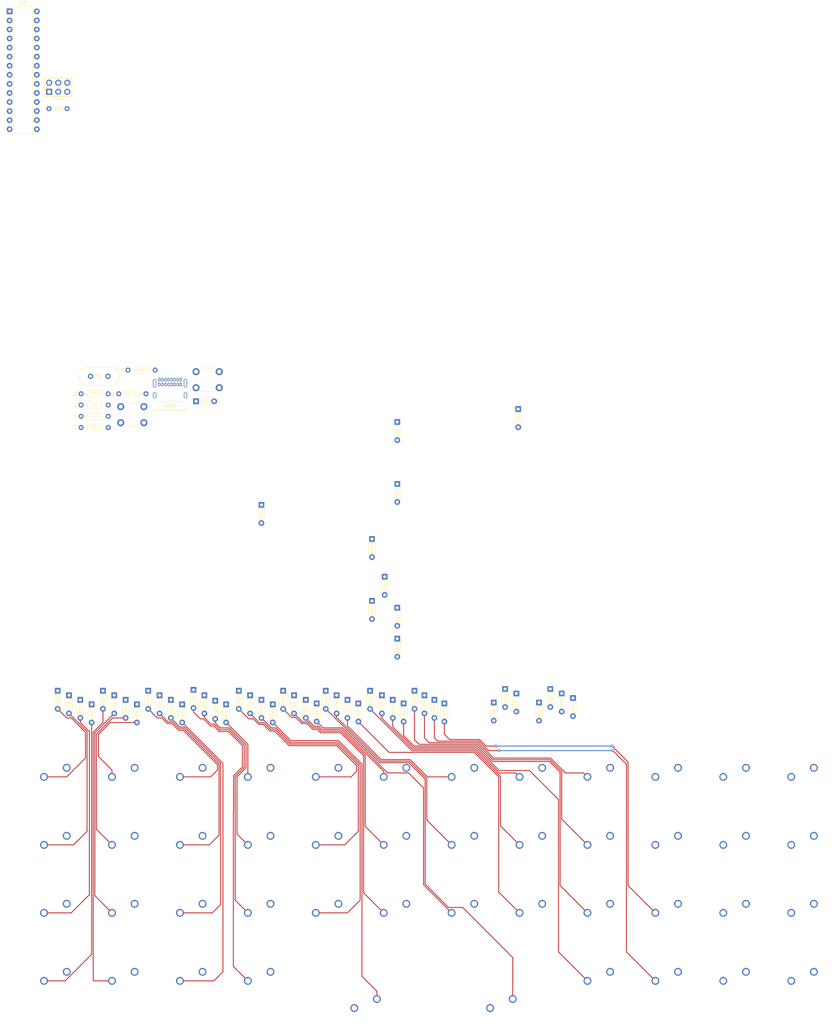
<source format=kicad_pcb>
(kicad_pcb (version 20171130) (host pcbnew "(5.1.4-0-10_14)")
  (layers (0 F.Cu signal) (31 B.Cu signal) (34 B.Paste user) (35 F.Paste user) (36 B.SilkS user) (37 F.SilkS user) (38 B.Mask user) (39 F.Mask user) (44 Edge.Cuts user))
  (net 0 "")
  (net 1 GND)
  (net 2 "Net-(C1-Pad1)")
  (net 3 "Net-(C2-Pad1)")
  (net 4 +5V)
  (net 5 "Net-(D1-Pad2)")
  (net 6 /ROW0)
  (net 7 "Net-(D2-Pad2)")
  (net 8 "Net-(D3-Pad2)")
  (net 9 "Net-(D4-Pad2)")
  (net 10 "Net-(D5-Pad2)")
  (net 11 "Net-(D6-Pad2)")
  (net 12 "Net-(D7-Pad2)")
  (net 13 "Net-(D8-Pad2)")
  (net 14 "Net-(D9-Pad2)")
  (net 15 "Net-(D10-Pad2)")
  (net 16 "Net-(D11-Pad2)")
  (net 17 "Net-(D12-Pad2)")
  (net 18 "Net-(D13-Pad2)")
  (net 19 /ROW1)
  (net 20 "Net-(D14-Pad2)")
  (net 21 "Net-(D15-Pad2)")
  (net 22 "Net-(D16-Pad2)")
  (net 23 "Net-(D17-Pad2)")
  (net 24 "Net-(D18-Pad2)")
  (net 25 "Net-(D19-Pad2)")
  (net 26 "Net-(D20-Pad2)")
  (net 27 "Net-(D21-Pad2)")
  (net 28 "Net-(D22-Pad2)")
  (net 29 "Net-(D23-Pad2)")
  (net 30 "Net-(D24-Pad2)")
  (net 31 "Net-(D25-Pad2)")
  (net 32 /ROW2)
  (net 33 "Net-(D26-Pad2)")
  (net 34 "Net-(D27-Pad2)")
  (net 35 "Net-(D28-Pad2)")
  (net 36 "Net-(D29-Pad2)")
  (net 37 "Net-(D30-Pad2)")
  (net 38 "Net-(D31-Pad2)")
  (net 39 "Net-(D32-Pad2)")
  (net 40 "Net-(D33-Pad2)")
  (net 41 "Net-(D34-Pad2)")
  (net 42 "Net-(D35-Pad2)")
  (net 43 "Net-(D36-Pad2)")
  (net 44 "Net-(D37-Pad2)")
  (net 45 /ROW3)
  (net 46 "Net-(D38-Pad2)")
  (net 47 "Net-(D39-Pad2)")
  (net 48 "Net-(D40-Pad2)")
  (net 49 "Net-(D41-Pad2)")
  (net 50 "Net-(D42-Pad2)")
  (net 51 "Net-(D43-Pad2)")
  (net 52 "Net-(D44-Pad2)")
  (net 53 "Net-(D45-Pad2)")
  (net 54 "Net-(D46-Pad2)")
  (net 55 "Net-(D47-Pad1)")
  (net 56 "Net-(D48-Pad1)")
  (net 57 VCC)
  (net 58 /MISO)
  (net 59 /SCK)
  (net 60 /MOSI)
  (net 61 /RESET)
  (net 62 "Net-(R3-Pad2)")
  (net 63 "Net-(R4-Pad2)")
  (net 64 /D-)
  (net 65 /D+)
  (net 66 /COL0)
  (net 67 /COL1)
  (net 68 /COL2)
  (net 69 /COL3)
  (net 70 /COL4)
  (net 71 /COL5)
  (net 72 /COL6)
  (net 73 /COL7)
  (net 74 /COL8)
  (net 75 /COL9)
  (net 76 /COL10)
  (net 77 /COL11)
  (net 78 "Net-(SW48-Pad1)")
  (net 79 "Net-(U1-Pad28)")
  (net 80 "Net-(U1-Pad14)")
  (net 81 "Net-(U1-Pad27)")
  (net 82 "Net-(U1-Pad13)")
  (net 83 "Net-(U1-Pad26)")
  (net 84 "Net-(U1-Pad12)")
  (net 85 "Net-(U1-Pad25)")
  (net 86 "Net-(U1-Pad24)")
  (net 87 "Net-(U1-Pad23)")
  (net 88 "Net-(U1-Pad21)")
  (net 89 "Net-(U1-Pad6)")
  (net 90 "Net-(U1-Pad5)")
  (net 91 "Net-(U1-Pad4)")
  (net 92 "Net-(U1-Pad3)")
  (net 93 "Net-(U1-Pad16)")
  (net 94 "Net-(U1-Pad2)")
  (net 95 "Net-(U1-Pad15)")
  (net 96 "Net-(USB1-PadA8)")
  (net 97 "Net-(USB1-PadB8)")
  (module cftkb:SW_Cherry_MX1A_2.00u_PCBNOSCREEN (layer F.Cu) (at 144.145 151.13 180)
    (fp_text reference SW42)
    (fp_text value keyboard_parts_KEYSW)
    (pad 1 thru_hole circle (at 0 0 180) (size 2.2 2.2) (drill 1.5) (layers *.Cu *.Mask) (net 72 /COL6))
    (pad 2 thru_hole circle (at -6.35 2.54 180) (size 2.2 2.2) (drill 1.5) (layers *.Cu *.Mask) (net 50 "Net-(D42-Pad2)"))
    (pad "" np_thru_hole circle (at -2.54 5.08 180) (size 4 4) (drill 4) (layers *.Cu *.Mask))
    (pad "" np_thru_hole circle (at -7.62 5.08 180) (size 1.7 1.7) (drill 1.7) (layers *.Cu *.Mask))
    (pad "" np_thru_hole circle (at 2.54 5.08 180) (size 1.7 1.7) (drill 1.7) (layers *.Cu *.Mask))
    (pad "" np_thru_hole circle (at 9.36 13.32 180) (size 4 4) (drill 4) (layers *.Cu *.Mask))
    (pad "" np_thru_hole circle (at -14.44 13.32 180) (size 4 4) (drill 4) (layers *.Cu *.Mask))
    (pad "" np_thru_hole circle (at -14.44 -1.92 180) (size 3.05 3.05) (drill 3.05) (layers *.Cu *.Mask))
    (pad "" np_thru_hole circle (at 9.36 -1.92 180) (size 3.05 3.05) (drill 3.05) (layers *.Cu *.Mask))
  )
  (module cftkb:SW_Cherry_MX1A_2.00u_PCBNOSCREEN (layer F.Cu) (at 106.045 151.13 180)
    (fp_text reference SW41)
    (fp_text value keyboard_parts_KEYSW)
    (pad 1 thru_hole circle (at 0 0 180) (size 2.2 2.2) (drill 1.5) (layers *.Cu *.Mask) (net 70 /COL4))
    (pad 2 thru_hole circle (at -6.35 2.54 180) (size 2.2 2.2) (drill 1.5) (layers *.Cu *.Mask) (net 49 "Net-(D41-Pad2)"))
    (pad "" np_thru_hole circle (at -2.54 5.08 180) (size 4 4) (drill 4) (layers *.Cu *.Mask))
    (pad "" np_thru_hole circle (at -7.62 5.08 180) (size 1.7 1.7) (drill 1.7) (layers *.Cu *.Mask))
    (pad "" np_thru_hole circle (at 2.54 5.08 180) (size 1.7 1.7) (drill 1.7) (layers *.Cu *.Mask))
    (pad "" np_thru_hole circle (at 9.36 13.32 180) (size 4 4) (drill 4) (layers *.Cu *.Mask))
    (pad "" np_thru_hole circle (at -14.44 13.32 180) (size 4 4) (drill 4) (layers *.Cu *.Mask))
    (pad "" np_thru_hole circle (at -14.44 -1.92 180) (size 3.05 3.05) (drill 3.05) (layers *.Cu *.Mask))
    (pad "" np_thru_hole circle (at 9.36 -1.92 180) (size 3.05 3.05) (drill 3.05) (layers *.Cu *.Mask))
  )
  (module cftkb:Crystal_HC49-4H_Vertical (layer F.Cu) (at 32.085001 -25.87)
    (fp_text reference Y1 (at 2.44 0.018936) (layer F.SilkS))
    (fp_text value 16MHz)
    (pad 1 thru_hole circle (at 0 0) (size 1.5 1.5) (drill 0.8) (layers *.Cu *.Mask) (net 3 "Net-(C2-Pad1)"))
    (pad 2 thru_hole circle (at 4.88 0) (size 1.5 1.5) (drill 0.8) (layers *.Cu *.Mask) (net 2 "Net-(C1-Pad1)"))
  )
  (module cftkb:USB_C_GCT_USB4085 (layer F.Cu) (at 54.375 -18.81)
    (fp_text reference USB1 (at -0.017498 1.13737) (layer F.SilkS))
    (fp_text value USB_C_GCT_USB4085-Type-C)
    (pad A5 thru_hole oval (at -1.275 -6.1) (size 0.65 1) (drill 0.4) (layers *.Cu *.Mask) (net 62 "Net-(R3-Pad2)"))
    (pad A1 thru_hole oval (at -2.975 -6.1) (size 0.65 1) (drill 0.4) (layers *.Cu *.Mask) (net 1 GND))
    (pad A4 thru_hole oval (at -2.125 -6.1) (size 0.65 1) (drill 0.4) (layers *.Cu *.Mask) (net 57 VCC))
    (pad A6 thru_hole oval (at -0.425 -6.1) (size 0.65 1) (drill 0.4) (layers *.Cu *.Mask) (net 56 "Net-(D48-Pad1)"))
    (pad A7 thru_hole oval (at 0.425 -6.1) (size 0.65 1) (drill 0.4) (layers *.Cu *.Mask) (net 55 "Net-(D47-Pad1)"))
    (pad A8 thru_hole oval (at 1.275 -6.1) (size 0.65 1) (drill 0.4) (layers *.Cu *.Mask) (net 96 "Net-(USB1-PadA8)"))
    (pad A9 thru_hole oval (at 2.125 -6.1) (size 0.65 1) (drill 0.4) (layers *.Cu *.Mask) (net 57 VCC))
    (pad A12 thru_hole oval (at 2.975 -6.1) (size 0.65 1) (drill 0.4) (layers *.Cu *.Mask) (net 1 GND))
    (pad B12 thru_hole oval (at -2.975 -4.775) (size 0.65 1) (drill 0.4) (layers *.Cu *.Mask) (net 1 GND))
    (pad B9 thru_hole oval (at -2.12 -4.775) (size 0.65 1) (drill 0.4) (layers *.Cu *.Mask) (net 57 VCC))
    (pad B8 thru_hole oval (at -1.27 -4.775) (size 0.65 1) (drill 0.4) (layers *.Cu *.Mask) (net 97 "Net-(USB1-PadB8)"))
    (pad B7 thru_hole oval (at -0.42 -4.775) (size 0.65 1) (drill 0.4) (layers *.Cu *.Mask) (net 55 "Net-(D47-Pad1)"))
    (pad B6 thru_hole oval (at 0.43 -4.775) (size 0.65 1) (drill 0.4) (layers *.Cu *.Mask) (net 56 "Net-(D48-Pad1)"))
    (pad B5 thru_hole oval (at 1.28 -4.775) (size 0.65 1) (drill 0.4) (layers *.Cu *.Mask) (net 63 "Net-(R4-Pad2)"))
    (pad B4 thru_hole oval (at 2.13 -4.775) (size 0.65 1) (drill 0.4) (layers *.Cu *.Mask) (net 57 VCC))
    (pad B1 thru_hole oval (at 2.98 -4.775) (size 0.65 1) (drill 0.4) (layers *.Cu *.Mask) (net 1 GND))
    (pad S1 thru_hole oval (at -4.325 -5.12) (size 0.9 2.4) (drill oval 0.6 2.1) (layers *.Cu *.Mask) (net 1 GND))
    (pad S1 thru_hole oval (at 4.325 -5.12) (size 0.9 2.4) (drill oval 0.6 2.1) (layers *.Cu *.Mask) (net 1 GND))
    (pad S1 thru_hole oval (at -4.325 -1.74) (size 0.9 1.7) (drill oval 0.6 1.4) (layers *.Cu *.Mask) (net 1 GND))
    (pad S1 thru_hole oval (at 4.325 -1.74) (size 0.9 1.7) (drill oval 0.6 1.4) (layers *.Cu *.Mask) (net 1 GND))
  )
  (module Package_DIP:DIP-28_W7.62mm (layer F.Cu) (at 9.385001 -128.12)
    (fp_text reference U1 (at 3.81 -2.33) (layer F.SilkS))
    (fp_text value ATmega328P-PU)
    (pad 28 thru_hole oval (at 7.62 0) (size 1.6 1.6) (drill 0.8) (layers *.Cu *.Mask) (net 79 "Net-(U1-Pad28)"))
    (pad 14 thru_hole oval (at 0 33.02) (size 1.6 1.6) (drill 0.8) (layers *.Cu *.Mask) (net 80 "Net-(U1-Pad14)"))
    (pad 27 thru_hole oval (at 7.62 2.54) (size 1.6 1.6) (drill 0.8) (layers *.Cu *.Mask) (net 81 "Net-(U1-Pad27)"))
    (pad 13 thru_hole oval (at 0 30.48) (size 1.6 1.6) (drill 0.8) (layers *.Cu *.Mask) (net 82 "Net-(U1-Pad13)"))
    (pad 26 thru_hole oval (at 7.62 5.08) (size 1.6 1.6) (drill 0.8) (layers *.Cu *.Mask) (net 83 "Net-(U1-Pad26)"))
    (pad 12 thru_hole oval (at 0 27.94) (size 1.6 1.6) (drill 0.8) (layers *.Cu *.Mask) (net 84 "Net-(U1-Pad12)"))
    (pad 25 thru_hole oval (at 7.62 7.62) (size 1.6 1.6) (drill 0.8) (layers *.Cu *.Mask) (net 85 "Net-(U1-Pad25)"))
    (pad 11 thru_hole oval (at 0 25.4) (size 1.6 1.6) (drill 0.8) (layers *.Cu *.Mask) (net 78 "Net-(SW48-Pad1)"))
    (pad 24 thru_hole oval (at 7.62 10.16) (size 1.6 1.6) (drill 0.8) (layers *.Cu *.Mask) (net 86 "Net-(U1-Pad24)"))
    (pad 10 thru_hole oval (at 0 22.86) (size 1.6 1.6) (drill 0.8) (layers *.Cu *.Mask) (net 2 "Net-(C1-Pad1)"))
    (pad 23 thru_hole oval (at 7.62 12.7) (size 1.6 1.6) (drill 0.8) (layers *.Cu *.Mask) (net 87 "Net-(U1-Pad23)"))
    (pad 9 thru_hole oval (at 0 20.32) (size 1.6 1.6) (drill 0.8) (layers *.Cu *.Mask) (net 3 "Net-(C2-Pad1)"))
    (pad 22 thru_hole oval (at 7.62 15.24) (size 1.6 1.6) (drill 0.8) (layers *.Cu *.Mask) (net 1 GND))
    (pad 8 thru_hole oval (at 0 17.78) (size 1.6 1.6) (drill 0.8) (layers *.Cu *.Mask) (net 1 GND))
    (pad 21 thru_hole oval (at 7.62 17.78) (size 1.6 1.6) (drill 0.8) (layers *.Cu *.Mask) (net 88 "Net-(U1-Pad21)"))
    (pad 7 thru_hole oval (at 0 15.24) (size 1.6 1.6) (drill 0.8) (layers *.Cu *.Mask) (net 4 +5V))
    (pad 20 thru_hole oval (at 7.62 20.32) (size 1.6 1.6) (drill 0.8) (layers *.Cu *.Mask) (net 4 +5V))
    (pad 6 thru_hole oval (at 0 12.7) (size 1.6 1.6) (drill 0.8) (layers *.Cu *.Mask) (net 89 "Net-(U1-Pad6)"))
    (pad 19 thru_hole oval (at 7.62 22.86) (size 1.6 1.6) (drill 0.8) (layers *.Cu *.Mask) (net 59 /SCK))
    (pad 5 thru_hole oval (at 0 10.16) (size 1.6 1.6) (drill 0.8) (layers *.Cu *.Mask) (net 90 "Net-(U1-Pad5)"))
    (pad 18 thru_hole oval (at 7.62 25.4) (size 1.6 1.6) (drill 0.8) (layers *.Cu *.Mask) (net 58 /MISO))
    (pad 4 thru_hole oval (at 0 7.62) (size 1.6 1.6) (drill 0.8) (layers *.Cu *.Mask) (net 91 "Net-(U1-Pad4)"))
    (pad 17 thru_hole oval (at 7.62 27.94) (size 1.6 1.6) (drill 0.8) (layers *.Cu *.Mask) (net 60 /MOSI))
    (pad 3 thru_hole oval (at 0 5.08) (size 1.6 1.6) (drill 0.8) (layers *.Cu *.Mask) (net 92 "Net-(U1-Pad3)"))
    (pad 16 thru_hole oval (at 7.62 30.48) (size 1.6 1.6) (drill 0.8) (layers *.Cu *.Mask) (net 93 "Net-(U1-Pad16)"))
    (pad 2 thru_hole oval (at 0 2.54) (size 1.6 1.6) (drill 0.8) (layers *.Cu *.Mask) (net 94 "Net-(U1-Pad2)"))
    (pad 15 thru_hole oval (at 7.62 33.02) (size 1.6 1.6) (drill 0.8) (layers *.Cu *.Mask) (net 95 "Net-(U1-Pad15)"))
    (pad 1 thru_hole rect (at 0 0) (size 1.6 1.6) (drill 0.8) (layers *.Cu *.Mask) (net 61 /RESET))
  )
  (module cftkb:SW_PUSH_6mm (layer F.Cu) (at 40.555001 -17.37)
    (fp_text reference SW48)
    (fp_text value BOOT)
    (pad 1 thru_hole circle (at 6.5 0 90) (size 2 2) (drill 1.1) (layers *.Cu *.Mask) (net 78 "Net-(SW48-Pad1)"))
    (pad 2 thru_hole circle (at 6.5 4.5 90) (size 2 2) (drill 1.1) (layers *.Cu *.Mask) (net 1 GND))
    (pad 1 thru_hole circle (at 0 0 90) (size 2 2) (drill 1.1) (layers *.Cu *.Mask) (net 78 "Net-(SW48-Pad1)"))
    (pad 2 thru_hole circle (at 0 4.5 90) (size 2 2) (drill 1.1) (layers *.Cu *.Mask) (net 1 GND))
  )
  (module cftkb:SW_PUSH_6mm (layer F.Cu) (at 61.675001 -27.17)
    (fp_text reference SW47)
    (fp_text value RESET)
    (pad 1 thru_hole circle (at 6.5 0 90) (size 2 2) (drill 1.1) (layers *.Cu *.Mask) (net 61 /RESET))
    (pad 2 thru_hole circle (at 6.5 4.5 90) (size 2 2) (drill 1.1) (layers *.Cu *.Mask) (net 1 GND))
    (pad 1 thru_hole circle (at 0 0 90) (size 2 2) (drill 1.1) (layers *.Cu *.Mask) (net 61 /RESET))
    (pad 2 thru_hole circle (at 0 4.5 90) (size 2 2) (drill 1.1) (layers *.Cu *.Mask) (net 1 GND))
  )
  (module cftkb:SW_Cherry_MX1A_1.00u_PCB-NOSCREEN (layer F.Cu) (at 234.95 140.97)
    (fp_text reference SW46)
    (fp_text value keyboard_parts_KEYSW)
    (pad 1 thru_hole circle (at 0 0) (size 2.2 2.2) (drill 1.5) (layers *.Cu *.Mask) (net 77 /COL11))
    (pad 2 thru_hole circle (at -6.35 2.54) (size 2.2 2.2) (drill 1.5) (layers *.Cu *.Mask) (net 54 "Net-(D46-Pad2)"))
    (pad "" np_thru_hole circle (at -2.54 5.08) (size 4 4) (drill 4) (layers *.Cu *.Mask))
    (pad "" np_thru_hole circle (at -7.62 5.08) (size 1.7 1.7) (drill 1.7) (layers *.Cu *.Mask))
    (pad "" np_thru_hole circle (at 2.54 5.08) (size 1.7 1.7) (drill 1.7) (layers *.Cu *.Mask))
  )
  (module cftkb:SW_Cherry_MX1A_1.00u_PCB-NOSCREEN (layer F.Cu) (at 215.9 140.97)
    (fp_text reference SW45)
    (fp_text value keyboard_parts_KEYSW)
    (pad 1 thru_hole circle (at 0 0) (size 2.2 2.2) (drill 1.5) (layers *.Cu *.Mask) (net 76 /COL10))
    (pad 2 thru_hole circle (at -6.35 2.54) (size 2.2 2.2) (drill 1.5) (layers *.Cu *.Mask) (net 53 "Net-(D45-Pad2)"))
    (pad "" np_thru_hole circle (at -2.54 5.08) (size 4 4) (drill 4) (layers *.Cu *.Mask))
    (pad "" np_thru_hole circle (at -7.62 5.08) (size 1.7 1.7) (drill 1.7) (layers *.Cu *.Mask))
    (pad "" np_thru_hole circle (at 2.54 5.08) (size 1.7 1.7) (drill 1.7) (layers *.Cu *.Mask))
  )
  (module cftkb:SW_Cherry_MX1A_1.00u_PCB-NOSCREEN (layer F.Cu) (at 196.85 140.97)
    (fp_text reference SW44)
    (fp_text value keyboard_parts_KEYSW)
    (pad 1 thru_hole circle (at 0 0) (size 2.2 2.2) (drill 1.5) (layers *.Cu *.Mask) (net 75 /COL9))
    (pad 2 thru_hole circle (at -6.35 2.54) (size 2.2 2.2) (drill 1.5) (layers *.Cu *.Mask) (net 52 "Net-(D44-Pad2)"))
    (pad "" np_thru_hole circle (at -2.54 5.08) (size 4 4) (drill 4) (layers *.Cu *.Mask))
    (pad "" np_thru_hole circle (at -7.62 5.08) (size 1.7 1.7) (drill 1.7) (layers *.Cu *.Mask))
    (pad "" np_thru_hole circle (at 2.54 5.08) (size 1.7 1.7) (drill 1.7) (layers *.Cu *.Mask))
  )
  (module cftkb:SW_Cherry_MX1A_1.00u_PCB-NOSCREEN (layer F.Cu) (at 177.8 140.97)
    (fp_text reference SW43)
    (fp_text value keyboard_parts_KEYSW)
    (pad 1 thru_hole circle (at 0 0) (size 2.2 2.2) (drill 1.5) (layers *.Cu *.Mask) (net 74 /COL8))
    (pad 2 thru_hole circle (at -6.35 2.54) (size 2.2 2.2) (drill 1.5) (layers *.Cu *.Mask) (net 51 "Net-(D43-Pad2)"))
    (pad "" np_thru_hole circle (at -2.54 5.08) (size 4 4) (drill 4) (layers *.Cu *.Mask))
    (pad "" np_thru_hole circle (at -7.62 5.08) (size 1.7 1.7) (drill 1.7) (layers *.Cu *.Mask))
    (pad "" np_thru_hole circle (at 2.54 5.08) (size 1.7 1.7) (drill 1.7) (layers *.Cu *.Mask))
  )
  (module cftkb:SW_Cherry_MX1A_1.00u_PCB-NOSCREEN (layer F.Cu) (at 82.55 140.97)
    (fp_text reference SW40)
    (fp_text value keyboard_parts_KEYSW)
    (pad 1 thru_hole circle (at 0 0) (size 2.2 2.2) (drill 1.5) (layers *.Cu *.Mask) (net 69 /COL3))
    (pad 2 thru_hole circle (at -6.35 2.54) (size 2.2 2.2) (drill 1.5) (layers *.Cu *.Mask) (net 48 "Net-(D40-Pad2)"))
    (pad "" np_thru_hole circle (at -2.54 5.08) (size 4 4) (drill 4) (layers *.Cu *.Mask))
    (pad "" np_thru_hole circle (at -7.62 5.08) (size 1.7 1.7) (drill 1.7) (layers *.Cu *.Mask))
    (pad "" np_thru_hole circle (at 2.54 5.08) (size 1.7 1.7) (drill 1.7) (layers *.Cu *.Mask))
  )
  (module cftkb:SW_Cherry_MX1A_1.00u_PCB-NOSCREEN (layer F.Cu) (at 63.5 140.97)
    (fp_text reference SW39)
    (fp_text value keyboard_parts_KEYSW)
    (pad 1 thru_hole circle (at 0 0) (size 2.2 2.2) (drill 1.5) (layers *.Cu *.Mask) (net 68 /COL2))
    (pad 2 thru_hole circle (at -6.35 2.54) (size 2.2 2.2) (drill 1.5) (layers *.Cu *.Mask) (net 47 "Net-(D39-Pad2)"))
    (pad "" np_thru_hole circle (at -2.54 5.08) (size 4 4) (drill 4) (layers *.Cu *.Mask))
    (pad "" np_thru_hole circle (at -7.62 5.08) (size 1.7 1.7) (drill 1.7) (layers *.Cu *.Mask))
    (pad "" np_thru_hole circle (at 2.54 5.08) (size 1.7 1.7) (drill 1.7) (layers *.Cu *.Mask))
  )
  (module cftkb:SW_Cherry_MX1A_1.00u_PCB-NOSCREEN (layer F.Cu) (at 44.45 140.97)
    (fp_text reference SW38)
    (fp_text value keyboard_parts_KEYSW)
    (pad 1 thru_hole circle (at 0 0) (size 2.2 2.2) (drill 1.5) (layers *.Cu *.Mask) (net 67 /COL1))
    (pad 2 thru_hole circle (at -6.35 2.54) (size 2.2 2.2) (drill 1.5) (layers *.Cu *.Mask) (net 46 "Net-(D38-Pad2)"))
    (pad "" np_thru_hole circle (at -2.54 5.08) (size 4 4) (drill 4) (layers *.Cu *.Mask))
    (pad "" np_thru_hole circle (at -7.62 5.08) (size 1.7 1.7) (drill 1.7) (layers *.Cu *.Mask))
    (pad "" np_thru_hole circle (at 2.54 5.08) (size 1.7 1.7) (drill 1.7) (layers *.Cu *.Mask))
  )
  (module cftkb:SW_Cherry_MX1A_1.00u_PCB-NOSCREEN (layer F.Cu) (at 25.4 140.97)
    (fp_text reference SW37)
    (fp_text value keyboard_parts_KEYSW)
    (pad 1 thru_hole circle (at 0 0) (size 2.2 2.2) (drill 1.5) (layers *.Cu *.Mask) (net 66 /COL0))
    (pad 2 thru_hole circle (at -6.35 2.54) (size 2.2 2.2) (drill 1.5) (layers *.Cu *.Mask) (net 44 "Net-(D37-Pad2)"))
    (pad "" np_thru_hole circle (at -2.54 5.08) (size 4 4) (drill 4) (layers *.Cu *.Mask))
    (pad "" np_thru_hole circle (at -7.62 5.08) (size 1.7 1.7) (drill 1.7) (layers *.Cu *.Mask))
    (pad "" np_thru_hole circle (at 2.54 5.08) (size 1.7 1.7) (drill 1.7) (layers *.Cu *.Mask))
  )
  (module cftkb:SW_Cherry_MX1A_1.00u_PCB-NOSCREEN (layer F.Cu) (at 234.95 121.92)
    (fp_text reference SW36)
    (fp_text value keyboard_parts_KEYSW)
    (pad 1 thru_hole circle (at 0 0) (size 2.2 2.2) (drill 1.5) (layers *.Cu *.Mask) (net 77 /COL11))
    (pad 2 thru_hole circle (at -6.35 2.54) (size 2.2 2.2) (drill 1.5) (layers *.Cu *.Mask) (net 43 "Net-(D36-Pad2)"))
    (pad "" np_thru_hole circle (at -2.54 5.08) (size 4 4) (drill 4) (layers *.Cu *.Mask))
    (pad "" np_thru_hole circle (at -7.62 5.08) (size 1.7 1.7) (drill 1.7) (layers *.Cu *.Mask))
    (pad "" np_thru_hole circle (at 2.54 5.08) (size 1.7 1.7) (drill 1.7) (layers *.Cu *.Mask))
  )
  (module cftkb:SW_Cherry_MX1A_1.00u_PCB-NOSCREEN (layer F.Cu) (at 215.9 121.92)
    (fp_text reference SW35)
    (fp_text value keyboard_parts_KEYSW)
    (pad 1 thru_hole circle (at 0 0) (size 2.2 2.2) (drill 1.5) (layers *.Cu *.Mask) (net 76 /COL10))
    (pad 2 thru_hole circle (at -6.35 2.54) (size 2.2 2.2) (drill 1.5) (layers *.Cu *.Mask) (net 42 "Net-(D35-Pad2)"))
    (pad "" np_thru_hole circle (at -2.54 5.08) (size 4 4) (drill 4) (layers *.Cu *.Mask))
    (pad "" np_thru_hole circle (at -7.62 5.08) (size 1.7 1.7) (drill 1.7) (layers *.Cu *.Mask))
    (pad "" np_thru_hole circle (at 2.54 5.08) (size 1.7 1.7) (drill 1.7) (layers *.Cu *.Mask))
  )
  (module cftkb:SW_Cherry_MX1A_1.00u_PCB-NOSCREEN (layer F.Cu) (at 196.85 121.92)
    (fp_text reference SW34)
    (fp_text value keyboard_parts_KEYSW)
    (pad 1 thru_hole circle (at 0 0) (size 2.2 2.2) (drill 1.5) (layers *.Cu *.Mask) (net 75 /COL9))
    (pad 2 thru_hole circle (at -6.35 2.54) (size 2.2 2.2) (drill 1.5) (layers *.Cu *.Mask) (net 41 "Net-(D34-Pad2)"))
    (pad "" np_thru_hole circle (at -2.54 5.08) (size 4 4) (drill 4) (layers *.Cu *.Mask))
    (pad "" np_thru_hole circle (at -7.62 5.08) (size 1.7 1.7) (drill 1.7) (layers *.Cu *.Mask))
    (pad "" np_thru_hole circle (at 2.54 5.08) (size 1.7 1.7) (drill 1.7) (layers *.Cu *.Mask))
  )
  (module cftkb:SW_Cherry_MX1A_1.00u_PCB-NOSCREEN (layer F.Cu) (at 177.8 121.92)
    (fp_text reference SW33)
    (fp_text value keyboard_parts_KEYSW)
    (pad 1 thru_hole circle (at 0 0) (size 2.2 2.2) (drill 1.5) (layers *.Cu *.Mask) (net 74 /COL8))
    (pad 2 thru_hole circle (at -6.35 2.54) (size 2.2 2.2) (drill 1.5) (layers *.Cu *.Mask) (net 40 "Net-(D33-Pad2)"))
    (pad "" np_thru_hole circle (at -2.54 5.08) (size 4 4) (drill 4) (layers *.Cu *.Mask))
    (pad "" np_thru_hole circle (at -7.62 5.08) (size 1.7 1.7) (drill 1.7) (layers *.Cu *.Mask))
    (pad "" np_thru_hole circle (at 2.54 5.08) (size 1.7 1.7) (drill 1.7) (layers *.Cu *.Mask))
  )
  (module cftkb:SW_Cherry_MX1A_1.00u_PCB-NOSCREEN (layer F.Cu) (at 158.75 121.92)
    (fp_text reference SW32)
    (fp_text value keyboard_parts_KEYSW)
    (pad 1 thru_hole circle (at 0 0) (size 2.2 2.2) (drill 1.5) (layers *.Cu *.Mask) (net 73 /COL7))
    (pad 2 thru_hole circle (at -6.35 2.54) (size 2.2 2.2) (drill 1.5) (layers *.Cu *.Mask) (net 39 "Net-(D32-Pad2)"))
    (pad "" np_thru_hole circle (at -2.54 5.08) (size 4 4) (drill 4) (layers *.Cu *.Mask))
    (pad "" np_thru_hole circle (at -7.62 5.08) (size 1.7 1.7) (drill 1.7) (layers *.Cu *.Mask))
    (pad "" np_thru_hole circle (at 2.54 5.08) (size 1.7 1.7) (drill 1.7) (layers *.Cu *.Mask))
  )
  (module cftkb:SW_Cherry_MX1A_1.00u_PCB-NOSCREEN (layer F.Cu) (at 139.7 121.92)
    (fp_text reference SW31)
    (fp_text value keyboard_parts_KEYSW)
    (pad 1 thru_hole circle (at 0 0) (size 2.2 2.2) (drill 1.5) (layers *.Cu *.Mask) (net 72 /COL6))
    (pad 2 thru_hole circle (at -6.35 2.54) (size 2.2 2.2) (drill 1.5) (layers *.Cu *.Mask) (net 38 "Net-(D31-Pad2)"))
    (pad "" np_thru_hole circle (at -2.54 5.08) (size 4 4) (drill 4) (layers *.Cu *.Mask))
    (pad "" np_thru_hole circle (at -7.62 5.08) (size 1.7 1.7) (drill 1.7) (layers *.Cu *.Mask))
    (pad "" np_thru_hole circle (at 2.54 5.08) (size 1.7 1.7) (drill 1.7) (layers *.Cu *.Mask))
  )
  (module cftkb:SW_Cherry_MX1A_1.00u_PCB-NOSCREEN (layer F.Cu) (at 120.65 121.92)
    (fp_text reference SW30)
    (fp_text value keyboard_parts_KEYSW)
    (pad 1 thru_hole circle (at 0 0) (size 2.2 2.2) (drill 1.5) (layers *.Cu *.Mask) (net 71 /COL5))
    (pad 2 thru_hole circle (at -6.35 2.54) (size 2.2 2.2) (drill 1.5) (layers *.Cu *.Mask) (net 37 "Net-(D30-Pad2)"))
    (pad "" np_thru_hole circle (at -2.54 5.08) (size 4 4) (drill 4) (layers *.Cu *.Mask))
    (pad "" np_thru_hole circle (at -7.62 5.08) (size 1.7 1.7) (drill 1.7) (layers *.Cu *.Mask))
    (pad "" np_thru_hole circle (at 2.54 5.08) (size 1.7 1.7) (drill 1.7) (layers *.Cu *.Mask))
  )
  (module cftkb:SW_Cherry_MX1A_1.00u_PCB-NOSCREEN (layer F.Cu) (at 101.6 121.92)
    (fp_text reference SW29)
    (fp_text value keyboard_parts_KEYSW)
    (pad 1 thru_hole circle (at 0 0) (size 2.2 2.2) (drill 1.5) (layers *.Cu *.Mask) (net 70 /COL4))
    (pad 2 thru_hole circle (at -6.35 2.54) (size 2.2 2.2) (drill 1.5) (layers *.Cu *.Mask) (net 36 "Net-(D29-Pad2)"))
    (pad "" np_thru_hole circle (at -2.54 5.08) (size 4 4) (drill 4) (layers *.Cu *.Mask))
    (pad "" np_thru_hole circle (at -7.62 5.08) (size 1.7 1.7) (drill 1.7) (layers *.Cu *.Mask))
    (pad "" np_thru_hole circle (at 2.54 5.08) (size 1.7 1.7) (drill 1.7) (layers *.Cu *.Mask))
  )
  (module cftkb:SW_Cherry_MX1A_1.00u_PCB-NOSCREEN (layer F.Cu) (at 82.55 121.92)
    (fp_text reference SW28)
    (fp_text value keyboard_parts_KEYSW)
    (pad 1 thru_hole circle (at 0 0) (size 2.2 2.2) (drill 1.5) (layers *.Cu *.Mask) (net 69 /COL3))
    (pad 2 thru_hole circle (at -6.35 2.54) (size 2.2 2.2) (drill 1.5) (layers *.Cu *.Mask) (net 35 "Net-(D28-Pad2)"))
    (pad "" np_thru_hole circle (at -2.54 5.08) (size 4 4) (drill 4) (layers *.Cu *.Mask))
    (pad "" np_thru_hole circle (at -7.62 5.08) (size 1.7 1.7) (drill 1.7) (layers *.Cu *.Mask))
    (pad "" np_thru_hole circle (at 2.54 5.08) (size 1.7 1.7) (drill 1.7) (layers *.Cu *.Mask))
  )
  (module cftkb:SW_Cherry_MX1A_1.00u_PCB-NOSCREEN (layer F.Cu) (at 63.5 121.92)
    (fp_text reference SW27)
    (fp_text value keyboard_parts_KEYSW)
    (pad 1 thru_hole circle (at 0 0) (size 2.2 2.2) (drill 1.5) (layers *.Cu *.Mask) (net 68 /COL2))
    (pad 2 thru_hole circle (at -6.35 2.54) (size 2.2 2.2) (drill 1.5) (layers *.Cu *.Mask) (net 34 "Net-(D27-Pad2)"))
    (pad "" np_thru_hole circle (at -2.54 5.08) (size 4 4) (drill 4) (layers *.Cu *.Mask))
    (pad "" np_thru_hole circle (at -7.62 5.08) (size 1.7 1.7) (drill 1.7) (layers *.Cu *.Mask))
    (pad "" np_thru_hole circle (at 2.54 5.08) (size 1.7 1.7) (drill 1.7) (layers *.Cu *.Mask))
  )
  (module cftkb:SW_Cherry_MX1A_1.00u_PCB-NOSCREEN (layer F.Cu) (at 44.45 121.92)
    (fp_text reference SW26)
    (fp_text value keyboard_parts_KEYSW)
    (pad 1 thru_hole circle (at 0 0) (size 2.2 2.2) (drill 1.5) (layers *.Cu *.Mask) (net 67 /COL1))
    (pad 2 thru_hole circle (at -6.35 2.54) (size 2.2 2.2) (drill 1.5) (layers *.Cu *.Mask) (net 33 "Net-(D26-Pad2)"))
    (pad "" np_thru_hole circle (at -2.54 5.08) (size 4 4) (drill 4) (layers *.Cu *.Mask))
    (pad "" np_thru_hole circle (at -7.62 5.08) (size 1.7 1.7) (drill 1.7) (layers *.Cu *.Mask))
    (pad "" np_thru_hole circle (at 2.54 5.08) (size 1.7 1.7) (drill 1.7) (layers *.Cu *.Mask))
  )
  (module cftkb:SW_Cherry_MX1A_1.00u_PCB-NOSCREEN (layer F.Cu) (at 25.4 121.92)
    (fp_text reference SW25)
    (fp_text value keyboard_parts_KEYSW)
    (pad 1 thru_hole circle (at 0 0) (size 2.2 2.2) (drill 1.5) (layers *.Cu *.Mask) (net 66 /COL0))
    (pad 2 thru_hole circle (at -6.35 2.54) (size 2.2 2.2) (drill 1.5) (layers *.Cu *.Mask) (net 31 "Net-(D25-Pad2)"))
    (pad "" np_thru_hole circle (at -2.54 5.08) (size 4 4) (drill 4) (layers *.Cu *.Mask))
    (pad "" np_thru_hole circle (at -7.62 5.08) (size 1.7 1.7) (drill 1.7) (layers *.Cu *.Mask))
    (pad "" np_thru_hole circle (at 2.54 5.08) (size 1.7 1.7) (drill 1.7) (layers *.Cu *.Mask))
  )
  (module cftkb:SW_Cherry_MX1A_1.00u_PCB-NOSCREEN (layer F.Cu) (at 234.95 102.87)
    (fp_text reference SW24)
    (fp_text value keyboard_parts_KEYSW)
    (pad 1 thru_hole circle (at 0 0) (size 2.2 2.2) (drill 1.5) (layers *.Cu *.Mask) (net 77 /COL11))
    (pad 2 thru_hole circle (at -6.35 2.54) (size 2.2 2.2) (drill 1.5) (layers *.Cu *.Mask) (net 30 "Net-(D24-Pad2)"))
    (pad "" np_thru_hole circle (at -2.54 5.08) (size 4 4) (drill 4) (layers *.Cu *.Mask))
    (pad "" np_thru_hole circle (at -7.62 5.08) (size 1.7 1.7) (drill 1.7) (layers *.Cu *.Mask))
    (pad "" np_thru_hole circle (at 2.54 5.08) (size 1.7 1.7) (drill 1.7) (layers *.Cu *.Mask))
  )
  (module cftkb:SW_Cherry_MX1A_1.00u_PCB-NOSCREEN (layer F.Cu) (at 215.9 102.87)
    (fp_text reference SW23)
    (fp_text value keyboard_parts_KEYSW)
    (pad 1 thru_hole circle (at 0 0) (size 2.2 2.2) (drill 1.5) (layers *.Cu *.Mask) (net 76 /COL10))
    (pad 2 thru_hole circle (at -6.35 2.54) (size 2.2 2.2) (drill 1.5) (layers *.Cu *.Mask) (net 29 "Net-(D23-Pad2)"))
    (pad "" np_thru_hole circle (at -2.54 5.08) (size 4 4) (drill 4) (layers *.Cu *.Mask))
    (pad "" np_thru_hole circle (at -7.62 5.08) (size 1.7 1.7) (drill 1.7) (layers *.Cu *.Mask))
    (pad "" np_thru_hole circle (at 2.54 5.08) (size 1.7 1.7) (drill 1.7) (layers *.Cu *.Mask))
  )
  (module cftkb:SW_Cherry_MX1A_1.00u_PCB-NOSCREEN (layer F.Cu) (at 196.85 102.87)
    (fp_text reference SW22)
    (fp_text value keyboard_parts_KEYSW)
    (pad 1 thru_hole circle (at 0 0) (size 2.2 2.2) (drill 1.5) (layers *.Cu *.Mask) (net 75 /COL9))
    (pad 2 thru_hole circle (at -6.35 2.54) (size 2.2 2.2) (drill 1.5) (layers *.Cu *.Mask) (net 28 "Net-(D22-Pad2)"))
    (pad "" np_thru_hole circle (at -2.54 5.08) (size 4 4) (drill 4) (layers *.Cu *.Mask))
    (pad "" np_thru_hole circle (at -7.62 5.08) (size 1.7 1.7) (drill 1.7) (layers *.Cu *.Mask))
    (pad "" np_thru_hole circle (at 2.54 5.08) (size 1.7 1.7) (drill 1.7) (layers *.Cu *.Mask))
  )
  (module cftkb:SW_Cherry_MX1A_1.00u_PCB-NOSCREEN (layer F.Cu) (at 177.8 102.87)
    (fp_text reference SW21)
    (fp_text value keyboard_parts_KEYSW)
    (pad 1 thru_hole circle (at 0 0) (size 2.2 2.2) (drill 1.5) (layers *.Cu *.Mask) (net 74 /COL8))
    (pad 2 thru_hole circle (at -6.35 2.54) (size 2.2 2.2) (drill 1.5) (layers *.Cu *.Mask) (net 27 "Net-(D21-Pad2)"))
    (pad "" np_thru_hole circle (at -2.54 5.08) (size 4 4) (drill 4) (layers *.Cu *.Mask))
    (pad "" np_thru_hole circle (at -7.62 5.08) (size 1.7 1.7) (drill 1.7) (layers *.Cu *.Mask))
    (pad "" np_thru_hole circle (at 2.54 5.08) (size 1.7 1.7) (drill 1.7) (layers *.Cu *.Mask))
  )
  (module cftkb:SW_Cherry_MX1A_1.00u_PCB-NOSCREEN (layer F.Cu) (at 158.75 102.87)
    (fp_text reference SW20)
    (fp_text value keyboard_parts_KEYSW)
    (pad 1 thru_hole circle (at 0 0) (size 2.2 2.2) (drill 1.5) (layers *.Cu *.Mask) (net 73 /COL7))
    (pad 2 thru_hole circle (at -6.35 2.54) (size 2.2 2.2) (drill 1.5) (layers *.Cu *.Mask) (net 26 "Net-(D20-Pad2)"))
    (pad "" np_thru_hole circle (at -2.54 5.08) (size 4 4) (drill 4) (layers *.Cu *.Mask))
    (pad "" np_thru_hole circle (at -7.62 5.08) (size 1.7 1.7) (drill 1.7) (layers *.Cu *.Mask))
    (pad "" np_thru_hole circle (at 2.54 5.08) (size 1.7 1.7) (drill 1.7) (layers *.Cu *.Mask))
  )
  (module cftkb:SW_Cherry_MX1A_1.00u_PCB-NOSCREEN (layer F.Cu) (at 139.7 102.87)
    (fp_text reference SW19)
    (fp_text value keyboard_parts_KEYSW)
    (pad 1 thru_hole circle (at 0 0) (size 2.2 2.2) (drill 1.5) (layers *.Cu *.Mask) (net 72 /COL6))
    (pad 2 thru_hole circle (at -6.35 2.54) (size 2.2 2.2) (drill 1.5) (layers *.Cu *.Mask) (net 25 "Net-(D19-Pad2)"))
    (pad "" np_thru_hole circle (at -2.54 5.08) (size 4 4) (drill 4) (layers *.Cu *.Mask))
    (pad "" np_thru_hole circle (at -7.62 5.08) (size 1.7 1.7) (drill 1.7) (layers *.Cu *.Mask))
    (pad "" np_thru_hole circle (at 2.54 5.08) (size 1.7 1.7) (drill 1.7) (layers *.Cu *.Mask))
  )
  (module cftkb:SW_Cherry_MX1A_1.00u_PCB-NOSCREEN (layer F.Cu) (at 120.65 102.87)
    (fp_text reference SW18)
    (fp_text value keyboard_parts_KEYSW)
    (pad 1 thru_hole circle (at 0 0) (size 2.2 2.2) (drill 1.5) (layers *.Cu *.Mask) (net 71 /COL5))
    (pad 2 thru_hole circle (at -6.35 2.54) (size 2.2 2.2) (drill 1.5) (layers *.Cu *.Mask) (net 24 "Net-(D18-Pad2)"))
    (pad "" np_thru_hole circle (at -2.54 5.08) (size 4 4) (drill 4) (layers *.Cu *.Mask))
    (pad "" np_thru_hole circle (at -7.62 5.08) (size 1.7 1.7) (drill 1.7) (layers *.Cu *.Mask))
    (pad "" np_thru_hole circle (at 2.54 5.08) (size 1.7 1.7) (drill 1.7) (layers *.Cu *.Mask))
  )
  (module cftkb:SW_Cherry_MX1A_1.00u_PCB-NOSCREEN (layer F.Cu) (at 101.6 102.87)
    (fp_text reference SW17)
    (fp_text value keyboard_parts_KEYSW)
    (pad 1 thru_hole circle (at 0 0) (size 2.2 2.2) (drill 1.5) (layers *.Cu *.Mask) (net 70 /COL4))
    (pad 2 thru_hole circle (at -6.35 2.54) (size 2.2 2.2) (drill 1.5) (layers *.Cu *.Mask) (net 23 "Net-(D17-Pad2)"))
    (pad "" np_thru_hole circle (at -2.54 5.08) (size 4 4) (drill 4) (layers *.Cu *.Mask))
    (pad "" np_thru_hole circle (at -7.62 5.08) (size 1.7 1.7) (drill 1.7) (layers *.Cu *.Mask))
    (pad "" np_thru_hole circle (at 2.54 5.08) (size 1.7 1.7) (drill 1.7) (layers *.Cu *.Mask))
  )
  (module cftkb:SW_Cherry_MX1A_1.00u_PCB-NOSCREEN (layer F.Cu) (at 82.55 102.87)
    (fp_text reference SW16)
    (fp_text value keyboard_parts_KEYSW)
    (pad 1 thru_hole circle (at 0 0) (size 2.2 2.2) (drill 1.5) (layers *.Cu *.Mask) (net 69 /COL3))
    (pad 2 thru_hole circle (at -6.35 2.54) (size 2.2 2.2) (drill 1.5) (layers *.Cu *.Mask) (net 22 "Net-(D16-Pad2)"))
    (pad "" np_thru_hole circle (at -2.54 5.08) (size 4 4) (drill 4) (layers *.Cu *.Mask))
    (pad "" np_thru_hole circle (at -7.62 5.08) (size 1.7 1.7) (drill 1.7) (layers *.Cu *.Mask))
    (pad "" np_thru_hole circle (at 2.54 5.08) (size 1.7 1.7) (drill 1.7) (layers *.Cu *.Mask))
  )
  (module cftkb:SW_Cherry_MX1A_1.00u_PCB-NOSCREEN (layer F.Cu) (at 63.5 102.87)
    (fp_text reference SW15)
    (fp_text value keyboard_parts_KEYSW)
    (pad 1 thru_hole circle (at 0 0) (size 2.2 2.2) (drill 1.5) (layers *.Cu *.Mask) (net 68 /COL2))
    (pad 2 thru_hole circle (at -6.35 2.54) (size 2.2 2.2) (drill 1.5) (layers *.Cu *.Mask) (net 21 "Net-(D15-Pad2)"))
    (pad "" np_thru_hole circle (at -2.54 5.08) (size 4 4) (drill 4) (layers *.Cu *.Mask))
    (pad "" np_thru_hole circle (at -7.62 5.08) (size 1.7 1.7) (drill 1.7) (layers *.Cu *.Mask))
    (pad "" np_thru_hole circle (at 2.54 5.08) (size 1.7 1.7) (drill 1.7) (layers *.Cu *.Mask))
  )
  (module cftkb:SW_Cherry_MX1A_1.00u_PCB-NOSCREEN (layer F.Cu) (at 44.45 102.87)
    (fp_text reference SW14)
    (fp_text value keyboard_parts_KEYSW)
    (pad 1 thru_hole circle (at 0 0) (size 2.2 2.2) (drill 1.5) (layers *.Cu *.Mask) (net 67 /COL1))
    (pad 2 thru_hole circle (at -6.35 2.54) (size 2.2 2.2) (drill 1.5) (layers *.Cu *.Mask) (net 20 "Net-(D14-Pad2)"))
    (pad "" np_thru_hole circle (at -2.54 5.08) (size 4 4) (drill 4) (layers *.Cu *.Mask))
    (pad "" np_thru_hole circle (at -7.62 5.08) (size 1.7 1.7) (drill 1.7) (layers *.Cu *.Mask))
    (pad "" np_thru_hole circle (at 2.54 5.08) (size 1.7 1.7) (drill 1.7) (layers *.Cu *.Mask))
  )
  (module cftkb:SW_Cherry_MX1A_1.00u_PCB-NOSCREEN (layer F.Cu) (at 25.4 102.87)
    (fp_text reference SW13)
    (fp_text value keyboard_parts_KEYSW)
    (pad 1 thru_hole circle (at 0 0) (size 2.2 2.2) (drill 1.5) (layers *.Cu *.Mask) (net 66 /COL0))
    (pad 2 thru_hole circle (at -6.35 2.54) (size 2.2 2.2) (drill 1.5) (layers *.Cu *.Mask) (net 18 "Net-(D13-Pad2)"))
    (pad "" np_thru_hole circle (at -2.54 5.08) (size 4 4) (drill 4) (layers *.Cu *.Mask))
    (pad "" np_thru_hole circle (at -7.62 5.08) (size 1.7 1.7) (drill 1.7) (layers *.Cu *.Mask))
    (pad "" np_thru_hole circle (at 2.54 5.08) (size 1.7 1.7) (drill 1.7) (layers *.Cu *.Mask))
  )
  (module cftkb:SW_Cherry_MX1A_1.00u_PCB-NOSCREEN (layer F.Cu) (at 234.95 83.82)
    (fp_text reference SW12)
    (fp_text value keyboard_parts_KEYSW)
    (pad 1 thru_hole circle (at 0 0) (size 2.2 2.2) (drill 1.5) (layers *.Cu *.Mask) (net 77 /COL11))
    (pad 2 thru_hole circle (at -6.35 2.54) (size 2.2 2.2) (drill 1.5) (layers *.Cu *.Mask) (net 17 "Net-(D12-Pad2)"))
    (pad "" np_thru_hole circle (at -2.54 5.08) (size 4 4) (drill 4) (layers *.Cu *.Mask))
    (pad "" np_thru_hole circle (at -7.62 5.08) (size 1.7 1.7) (drill 1.7) (layers *.Cu *.Mask))
    (pad "" np_thru_hole circle (at 2.54 5.08) (size 1.7 1.7) (drill 1.7) (layers *.Cu *.Mask))
  )
  (module cftkb:SW_Cherry_MX1A_1.00u_PCB-NOSCREEN (layer F.Cu) (at 215.9 83.82)
    (fp_text reference SW11)
    (fp_text value keyboard_parts_KEYSW)
    (pad 1 thru_hole circle (at 0 0) (size 2.2 2.2) (drill 1.5) (layers *.Cu *.Mask) (net 76 /COL10))
    (pad 2 thru_hole circle (at -6.35 2.54) (size 2.2 2.2) (drill 1.5) (layers *.Cu *.Mask) (net 16 "Net-(D11-Pad2)"))
    (pad "" np_thru_hole circle (at -2.54 5.08) (size 4 4) (drill 4) (layers *.Cu *.Mask))
    (pad "" np_thru_hole circle (at -7.62 5.08) (size 1.7 1.7) (drill 1.7) (layers *.Cu *.Mask))
    (pad "" np_thru_hole circle (at 2.54 5.08) (size 1.7 1.7) (drill 1.7) (layers *.Cu *.Mask))
  )
  (module cftkb:SW_Cherry_MX1A_1.00u_PCB-NOSCREEN (layer F.Cu) (at 196.85 83.82)
    (fp_text reference SW10)
    (fp_text value keyboard_parts_KEYSW)
    (pad 1 thru_hole circle (at 0 0) (size 2.2 2.2) (drill 1.5) (layers *.Cu *.Mask) (net 75 /COL9))
    (pad 2 thru_hole circle (at -6.35 2.54) (size 2.2 2.2) (drill 1.5) (layers *.Cu *.Mask) (net 15 "Net-(D10-Pad2)"))
    (pad "" np_thru_hole circle (at -2.54 5.08) (size 4 4) (drill 4) (layers *.Cu *.Mask))
    (pad "" np_thru_hole circle (at -7.62 5.08) (size 1.7 1.7) (drill 1.7) (layers *.Cu *.Mask))
    (pad "" np_thru_hole circle (at 2.54 5.08) (size 1.7 1.7) (drill 1.7) (layers *.Cu *.Mask))
  )
  (module cftkb:SW_Cherry_MX1A_1.00u_PCB-NOSCREEN (layer F.Cu) (at 177.8 83.82)
    (fp_text reference SW9)
    (fp_text value keyboard_parts_KEYSW)
    (pad 1 thru_hole circle (at 0 0) (size 2.2 2.2) (drill 1.5) (layers *.Cu *.Mask) (net 74 /COL8))
    (pad 2 thru_hole circle (at -6.35 2.54) (size 2.2 2.2) (drill 1.5) (layers *.Cu *.Mask) (net 14 "Net-(D9-Pad2)"))
    (pad "" np_thru_hole circle (at -2.54 5.08) (size 4 4) (drill 4) (layers *.Cu *.Mask))
    (pad "" np_thru_hole circle (at -7.62 5.08) (size 1.7 1.7) (drill 1.7) (layers *.Cu *.Mask))
    (pad "" np_thru_hole circle (at 2.54 5.08) (size 1.7 1.7) (drill 1.7) (layers *.Cu *.Mask))
  )
  (module cftkb:SW_Cherry_MX1A_1.00u_PCB-NOSCREEN (layer F.Cu) (at 158.75 83.82)
    (fp_text reference SW8)
    (fp_text value keyboard_parts_KEYSW)
    (pad 1 thru_hole circle (at 0 0) (size 2.2 2.2) (drill 1.5) (layers *.Cu *.Mask) (net 73 /COL7))
    (pad 2 thru_hole circle (at -6.35 2.54) (size 2.2 2.2) (drill 1.5) (layers *.Cu *.Mask) (net 13 "Net-(D8-Pad2)"))
    (pad "" np_thru_hole circle (at -2.54 5.08) (size 4 4) (drill 4) (layers *.Cu *.Mask))
    (pad "" np_thru_hole circle (at -7.62 5.08) (size 1.7 1.7) (drill 1.7) (layers *.Cu *.Mask))
    (pad "" np_thru_hole circle (at 2.54 5.08) (size 1.7 1.7) (drill 1.7) (layers *.Cu *.Mask))
  )
  (module cftkb:SW_Cherry_MX1A_1.00u_PCB-NOSCREEN (layer F.Cu) (at 139.7 83.82)
    (fp_text reference SW7)
    (fp_text value keyboard_parts_KEYSW)
    (pad 1 thru_hole circle (at 0 0) (size 2.2 2.2) (drill 1.5) (layers *.Cu *.Mask) (net 72 /COL6))
    (pad 2 thru_hole circle (at -6.35 2.54) (size 2.2 2.2) (drill 1.5) (layers *.Cu *.Mask) (net 12 "Net-(D7-Pad2)"))
    (pad "" np_thru_hole circle (at -2.54 5.08) (size 4 4) (drill 4) (layers *.Cu *.Mask))
    (pad "" np_thru_hole circle (at -7.62 5.08) (size 1.7 1.7) (drill 1.7) (layers *.Cu *.Mask))
    (pad "" np_thru_hole circle (at 2.54 5.08) (size 1.7 1.7) (drill 1.7) (layers *.Cu *.Mask))
  )
  (module cftkb:SW_Cherry_MX1A_1.00u_PCB-NOSCREEN (layer F.Cu) (at 120.65 83.82)
    (fp_text reference SW6)
    (fp_text value keyboard_parts_KEYSW)
    (pad 1 thru_hole circle (at 0 0) (size 2.2 2.2) (drill 1.5) (layers *.Cu *.Mask) (net 71 /COL5))
    (pad 2 thru_hole circle (at -6.35 2.54) (size 2.2 2.2) (drill 1.5) (layers *.Cu *.Mask) (net 11 "Net-(D6-Pad2)"))
    (pad "" np_thru_hole circle (at -2.54 5.08) (size 4 4) (drill 4) (layers *.Cu *.Mask))
    (pad "" np_thru_hole circle (at -7.62 5.08) (size 1.7 1.7) (drill 1.7) (layers *.Cu *.Mask))
    (pad "" np_thru_hole circle (at 2.54 5.08) (size 1.7 1.7) (drill 1.7) (layers *.Cu *.Mask))
  )
  (module cftkb:SW_Cherry_MX1A_1.00u_PCB-NOSCREEN (layer F.Cu) (at 101.6 83.82)
    (fp_text reference SW5)
    (fp_text value keyboard_parts_KEYSW)
    (pad 1 thru_hole circle (at 0 0) (size 2.2 2.2) (drill 1.5) (layers *.Cu *.Mask) (net 70 /COL4))
    (pad 2 thru_hole circle (at -6.35 2.54) (size 2.2 2.2) (drill 1.5) (layers *.Cu *.Mask) (net 10 "Net-(D5-Pad2)"))
    (pad "" np_thru_hole circle (at -2.54 5.08) (size 4 4) (drill 4) (layers *.Cu *.Mask))
    (pad "" np_thru_hole circle (at -7.62 5.08) (size 1.7 1.7) (drill 1.7) (layers *.Cu *.Mask))
    (pad "" np_thru_hole circle (at 2.54 5.08) (size 1.7 1.7) (drill 1.7) (layers *.Cu *.Mask))
  )
  (module cftkb:SW_Cherry_MX1A_1.00u_PCB-NOSCREEN (layer F.Cu) (at 82.55 83.82)
    (fp_text reference SW4)
    (fp_text value keyboard_parts_KEYSW)
    (pad 1 thru_hole circle (at 0 0) (size 2.2 2.2) (drill 1.5) (layers *.Cu *.Mask) (net 69 /COL3))
    (pad 2 thru_hole circle (at -6.35 2.54) (size 2.2 2.2) (drill 1.5) (layers *.Cu *.Mask) (net 9 "Net-(D4-Pad2)"))
    (pad "" np_thru_hole circle (at -2.54 5.08) (size 4 4) (drill 4) (layers *.Cu *.Mask))
    (pad "" np_thru_hole circle (at -7.62 5.08) (size 1.7 1.7) (drill 1.7) (layers *.Cu *.Mask))
    (pad "" np_thru_hole circle (at 2.54 5.08) (size 1.7 1.7) (drill 1.7) (layers *.Cu *.Mask))
  )
  (module cftkb:SW_Cherry_MX1A_1.00u_PCB-NOSCREEN (layer F.Cu) (at 63.5 83.82)
    (fp_text reference SW3)
    (fp_text value keyboard_parts_KEYSW)
    (pad 1 thru_hole circle (at 0 0) (size 2.2 2.2) (drill 1.5) (layers *.Cu *.Mask) (net 68 /COL2))
    (pad 2 thru_hole circle (at -6.35 2.54) (size 2.2 2.2) (drill 1.5) (layers *.Cu *.Mask) (net 8 "Net-(D3-Pad2)"))
    (pad "" np_thru_hole circle (at -2.54 5.08) (size 4 4) (drill 4) (layers *.Cu *.Mask))
    (pad "" np_thru_hole circle (at -7.62 5.08) (size 1.7 1.7) (drill 1.7) (layers *.Cu *.Mask))
    (pad "" np_thru_hole circle (at 2.54 5.08) (size 1.7 1.7) (drill 1.7) (layers *.Cu *.Mask))
  )
  (module cftkb:SW_Cherry_MX1A_1.00u_PCB-NOSCREEN (layer F.Cu) (at 44.45 83.82)
    (fp_text reference SW2)
    (fp_text value keyboard_parts_KEYSW)
    (pad 1 thru_hole circle (at 0 0) (size 2.2 2.2) (drill 1.5) (layers *.Cu *.Mask) (net 67 /COL1))
    (pad 2 thru_hole circle (at -6.35 2.54) (size 2.2 2.2) (drill 1.5) (layers *.Cu *.Mask) (net 7 "Net-(D2-Pad2)"))
    (pad "" np_thru_hole circle (at -2.54 5.08) (size 4 4) (drill 4) (layers *.Cu *.Mask))
    (pad "" np_thru_hole circle (at -7.62 5.08) (size 1.7 1.7) (drill 1.7) (layers *.Cu *.Mask))
    (pad "" np_thru_hole circle (at 2.54 5.08) (size 1.7 1.7) (drill 1.7) (layers *.Cu *.Mask))
  )
  (module cftkb:SW_Cherry_MX1A_1.00u_PCB-NOSCREEN (layer F.Cu) (at 25.4 83.82)
    (fp_text reference SW1)
    (fp_text value keyboard_parts_KEYSW)
    (pad 1 thru_hole circle (at 0 0) (size 2.2 2.2) (drill 1.5) (layers *.Cu *.Mask) (net 66 /COL0))
    (pad 2 thru_hole circle (at -6.35 2.54) (size 2.2 2.2) (drill 1.5) (layers *.Cu *.Mask) (net 5 "Net-(D1-Pad2)"))
    (pad "" np_thru_hole circle (at -2.54 5.08) (size 4 4) (drill 4) (layers *.Cu *.Mask))
    (pad "" np_thru_hole circle (at -7.62 5.08) (size 1.7 1.7) (drill 1.7) (layers *.Cu *.Mask))
    (pad "" np_thru_hole circle (at 2.54 5.08) (size 1.7 1.7) (drill 1.7) (layers *.Cu *.Mask))
  )
  (module cftkb:R_Axial_DIN0204_L3.6mm_D1.6mm_P7.62mm_Horizontal (layer F.Cu) (at 29.435001 -20.97)
    (fp_text reference R6 (at -1.464029 0.001111 -90) (layer F.SilkS) (effects (font (size 0.8 0.8) (thickness 0.1))))
    (fp_text value 75R (at 3.732778 -0.048664) (layer F.SilkS) (effects (font (size 0.8 0.8) (thickness 0.1))))
    (pad 1 thru_hole circle (at 0 0) (size 1.4 1.4) (drill 0.7) (layers *.Cu *.Mask) (net 65 /D+))
    (pad 2 thru_hole oval (at 7.62 0) (size 1.4 1.4) (drill 0.7) (layers *.Cu *.Mask) (net 56 "Net-(D48-Pad1)"))
  )
  (module cftkb:R_Axial_DIN0204_L3.6mm_D1.6mm_P7.62mm_Horizontal (layer F.Cu) (at 29.435001 -14.67)
    (fp_text reference R5 (at -1.464029 0.001111 -90) (layer F.SilkS) (effects (font (size 0.8 0.8) (thickness 0.1))))
    (fp_text value 75R (at 3.732778 -0.048664) (layer F.SilkS) (effects (font (size 0.8 0.8) (thickness 0.1))))
    (pad 1 thru_hole circle (at 0 0) (size 1.4 1.4) (drill 0.7) (layers *.Cu *.Mask) (net 64 /D-))
    (pad 2 thru_hole oval (at 7.62 0) (size 1.4 1.4) (drill 0.7) (layers *.Cu *.Mask) (net 55 "Net-(D47-Pad1)"))
  )
  (module cftkb:R_Axial_DIN0204_L3.6mm_D1.6mm_P7.62mm_Horizontal (layer F.Cu) (at 40.005001 -20.97)
    (fp_text reference R4 (at -1.464029 0.001111 -90) (layer F.SilkS) (effects (font (size 0.8 0.8) (thickness 0.1))))
    (fp_text value 5.1k (at 3.732778 -0.048664) (layer F.SilkS) (effects (font (size 0.8 0.8) (thickness 0.1))))
    (pad 1 thru_hole circle (at 0 0) (size 1.4 1.4) (drill 0.7) (layers *.Cu *.Mask) (net 1 GND))
    (pad 2 thru_hole oval (at 7.62 0) (size 1.4 1.4) (drill 0.7) (layers *.Cu *.Mask) (net 63 "Net-(R4-Pad2)"))
  )
  (module cftkb:R_Axial_DIN0204_L3.6mm_D1.6mm_P7.62mm_Horizontal (layer F.Cu) (at 29.435001 -11.52)
    (fp_text reference R3 (at -1.464029 0.001111 -90) (layer F.SilkS) (effects (font (size 0.8 0.8) (thickness 0.1))))
    (fp_text value 5.1k (at 3.732778 -0.048664) (layer F.SilkS) (effects (font (size 0.8 0.8) (thickness 0.1))))
    (pad 1 thru_hole circle (at 0 0) (size 1.4 1.4) (drill 0.7) (layers *.Cu *.Mask) (net 1 GND))
    (pad 2 thru_hole oval (at 7.62 0) (size 1.4 1.4) (drill 0.7) (layers *.Cu *.Mask) (net 62 "Net-(R3-Pad2)"))
  )
  (module cftkb:R_Axial_DIN0204_L3.6mm_D1.6mm_P7.62mm_Horizontal (layer F.Cu) (at 42.585001 -27.62)
    (fp_text reference R2 (at -1.464029 0.001111 -90) (layer F.SilkS) (effects (font (size 0.8 0.8) (thickness 0.1))))
    (fp_text value 1.5k (at 3.732778 -0.048664) (layer F.SilkS) (effects (font (size 0.8 0.8) (thickness 0.1))))
    (pad 1 thru_hole circle (at 0 0) (size 1.4 1.4) (drill 0.7) (layers *.Cu *.Mask) (net 4 +5V))
    (pad 2 thru_hole oval (at 7.62 0) (size 1.4 1.4) (drill 0.7) (layers *.Cu *.Mask) (net 55 "Net-(D47-Pad1)"))
  )
  (module cftkb:R_Axial_DIN0204_L3.6mm_D1.6mm_P7.62mm_Horizontal (layer F.Cu) (at 29.435001 -17.82)
    (fp_text reference R1 (at -1.464029 0.001111 -90) (layer F.SilkS) (effects (font (size 0.8 0.8) (thickness 0.1))))
    (fp_text value 10k (at 3.732778 -0.048664) (layer F.SilkS) (effects (font (size 0.8 0.8) (thickness 0.1))))
    (pad 1 thru_hole circle (at 0 0) (size 1.4 1.4) (drill 0.7) (layers *.Cu *.Mask) (net 4 +5V))
    (pad 2 thru_hole oval (at 7.62 0) (size 1.4 1.4) (drill 0.7) (layers *.Cu *.Mask) (net 61 /RESET))
  )
  (module cftkb:AVR_ICSP_3x2 (layer F.Cu) (at 23.021601 -106.8534)
    (fp_text reference J1 hide)
    (fp_text value AVR-ISP-6 hide)
    (pad 1 thru_hole rect (at -2.54 1.27) (size 1.7 1.7) (drill 1.016) (layers *.Cu *.Mask) (net 58 /MISO))
    (pad 2 thru_hole circle (at -2.54 -1.27) (size 1.7 1.7) (drill 1.016) (layers *.Cu *.Mask) (net 4 +5V))
    (pad 3 thru_hole circle (at 0 1.27) (size 1.7 1.7) (drill 1.016) (layers *.Cu *.Mask) (net 59 /SCK))
    (pad 4 thru_hole circle (at 0 -1.27) (size 1.7 1.7) (drill 1.016) (layers *.Cu *.Mask) (net 60 /MOSI))
    (pad 5 thru_hole circle (at 2.54 1.27) (size 1.7 1.7) (drill 1.016) (layers *.Cu *.Mask) (net 61 /RESET))
    (pad 6 thru_hole circle (at 2.54 -1.27) (size 1.7 1.7) (drill 1.016) (layers *.Cu *.Mask) (net 1 GND))
  )
  (module cftkb:polyfuse_5.1mm (layer F.Cu) (at 22.960001 -100.855)
    (fp_text reference F1)
    (fp_text value 500mA)
    (fp_text user FUSE (at 0.02 0.03) (layer F.SilkS))
    (pad 2 thru_hole circle (at 2.55 0) (size 1.4 1.4) (drill 0.7) (layers *.Cu *.Mask) (net 57 VCC))
    (pad 1 thru_hole circle (at -2.55 0) (size 1.4 1.4) (drill 0.7) (layers *.Cu *.Mask) (net 4 +5V))
  )
  (module cftkb:D_DO-35_SOD27_P5.08mm_Horizontal (layer F.Cu) (at 60.4 -18.87)
    (fp_text reference D48)
    (fp_text value 3.6V)
    (pad 2 thru_hole oval (at 6.35 0) (size 1.6 1.6) (drill 0.8) (layers *.Cu *.Mask) (net 1 GND))
    (pad 1 thru_hole rect (at 1.27 0) (size 1.6 1.6) (drill 0.8) (layers *.Cu *.Mask) (net 56 "Net-(D48-Pad1)"))
  )
  (module cftkb:D_DO-35_SOD27_P5.08mm_Horizontal (layer F.Cu) (at 80.01 8.89 270)
    (fp_text reference D47)
    (fp_text value 3.6V)
    (pad 2 thru_hole oval (at 6.35 0 270) (size 1.6 1.6) (drill 0.8) (layers *.Cu *.Mask) (net 1 GND))
    (pad 1 thru_hole rect (at 1.27 0 270) (size 1.6 1.6) (drill 0.8) (layers *.Cu *.Mask) (net 55 "Net-(D47-Pad1)"))
  )
  (module cftkb:D_DO-35_SOD27_P5.08mm_Horizontal (layer F.Cu) (at 157.861 64.262 270)
    (fp_text reference D46)
    (fp_text value 1N4148)
    (pad 2 thru_hole oval (at 6.35 0 270) (size 1.6 1.6) (drill 0.8) (layers *.Cu *.Mask) (net 54 "Net-(D46-Pad2)"))
    (pad 1 thru_hole rect (at 1.27 0 270) (size 1.6 1.6) (drill 0.8) (layers *.Cu *.Mask) (net 45 /ROW3))
  )
  (module cftkb:D_DO-35_SOD27_P5.08mm_Horizontal (layer F.Cu) (at 145.161 64.262 270)
    (fp_text reference D45)
    (fp_text value 1N4148)
    (pad 2 thru_hole oval (at 6.35 0 270) (size 1.6 1.6) (drill 0.8) (layers *.Cu *.Mask) (net 53 "Net-(D45-Pad2)"))
    (pad 1 thru_hole rect (at 1.27 0 270) (size 1.6 1.6) (drill 0.8) (layers *.Cu *.Mask) (net 45 /ROW3))
  )
  (module cftkb:D_DO-35_SOD27_P5.08mm_Horizontal (layer F.Cu) (at 128.524 63.5 270)
    (fp_text reference D44)
    (fp_text value 1N4148)
    (pad 2 thru_hole oval (at 6.35 0 270) (size 1.6 1.6) (drill 0.8) (layers *.Cu *.Mask) (net 52 "Net-(D44-Pad2)"))
    (pad 1 thru_hole rect (at 1.27 0 270) (size 1.6 1.6) (drill 0.8) (layers *.Cu *.Mask) (net 45 /ROW3))
  )
  (module cftkb:D_DO-35_SOD27_P5.08mm_Horizontal (layer F.Cu) (at 116.84 63.5 270)
    (fp_text reference D43)
    (fp_text value 1N4148)
    (pad 2 thru_hole oval (at 6.35 0 270) (size 1.6 1.6) (drill 0.8) (layers *.Cu *.Mask) (net 51 "Net-(D43-Pad2)"))
    (pad 1 thru_hole rect (at 1.27 0 270) (size 1.6 1.6) (drill 0.8) (layers *.Cu *.Mask) (net 45 /ROW3))
  )
  (module cftkb:D_DO-35_SOD27_P5.08mm_Horizontal (layer F.Cu) (at 98.044 60.96 270)
    (fp_text reference D42)
    (fp_text value 1N4148)
    (pad 2 thru_hole oval (at 6.35 0 270) (size 1.6 1.6) (drill 0.8) (layers *.Cu *.Mask) (net 50 "Net-(D42-Pad2)"))
    (pad 1 thru_hole rect (at 1.27 0 270) (size 1.6 1.6) (drill 0.8) (layers *.Cu *.Mask) (net 45 /ROW3))
  )
  (module cftkb:D_DO-35_SOD27_P5.08mm_Horizontal (layer F.Cu) (at 83.185 64.77 270)
    (fp_text reference D41)
    (fp_text value 1N4148)
    (pad 2 thru_hole oval (at 6.35 0 270) (size 1.6 1.6) (drill 0.8) (layers *.Cu *.Mask) (net 49 "Net-(D41-Pad2)"))
    (pad 1 thru_hole rect (at 1.27 0 270) (size 1.6 1.6) (drill 0.8) (layers *.Cu *.Mask) (net 45 /ROW3))
  )
  (module cftkb:D_DO-35_SOD27_P5.08mm_Horizontal (layer F.Cu) (at 60.96 60.706 270)
    (fp_text reference D40)
    (fp_text value 1N4148)
    (pad 2 thru_hole oval (at 6.35 0 270) (size 1.6 1.6) (drill 0.8) (layers *.Cu *.Mask) (net 48 "Net-(D40-Pad2)"))
    (pad 1 thru_hole rect (at 1.27 0 270) (size 1.6 1.6) (drill 0.8) (layers *.Cu *.Mask) (net 45 /ROW3))
  )
  (module cftkb:D_DO-35_SOD27_P5.08mm_Horizontal (layer F.Cu) (at 57.785 64.77 270)
    (fp_text reference D39)
    (fp_text value 1N4148)
    (pad 2 thru_hole oval (at 6.35 0 270) (size 1.6 1.6) (drill 0.8) (layers *.Cu *.Mask) (net 47 "Net-(D39-Pad2)"))
    (pad 1 thru_hole rect (at 1.27 0 270) (size 1.6 1.6) (drill 0.8) (layers *.Cu *.Mask) (net 45 /ROW3))
  )
  (module cftkb:D_DO-35_SOD27_P5.08mm_Horizontal (layer F.Cu) (at 35.56 60.96 270)
    (fp_text reference D38)
    (fp_text value 1N4148)
    (pad 2 thru_hole oval (at 6.35 0 270) (size 1.6 1.6) (drill 0.8) (layers *.Cu *.Mask) (net 46 "Net-(D38-Pad2)"))
    (pad 1 thru_hole rect (at 1.27 0 270) (size 1.6 1.6) (drill 0.8) (layers *.Cu *.Mask) (net 45 /ROW3))
  )
  (module cftkb:D_DO-35_SOD27_P5.08mm_Horizontal (layer F.Cu) (at 32.385 64.77 270)
    (fp_text reference D37)
    (fp_text value 1N4148)
    (pad 2 thru_hole oval (at 6.35 0 270) (size 1.6 1.6) (drill 0.8) (layers *.Cu *.Mask) (net 44 "Net-(D37-Pad2)"))
    (pad 1 thru_hole rect (at 1.27 0 270) (size 1.6 1.6) (drill 0.8) (layers *.Cu *.Mask) (net 45 /ROW3))
  )
  (module cftkb:D_DO-35_SOD27_P5.08mm_Horizontal (layer F.Cu) (at 118.11 -14.335 270)
    (fp_text reference D36)
    (fp_text value 1N4148)
    (pad 2 thru_hole oval (at 6.35 0 270) (size 1.6 1.6) (drill 0.8) (layers *.Cu *.Mask) (net 43 "Net-(D36-Pad2)"))
    (pad 1 thru_hole rect (at 1.27 0 270) (size 1.6 1.6) (drill 0.8) (layers *.Cu *.Mask) (net 32 /ROW2))
  )
  (module cftkb:D_DO-35_SOD27_P5.08mm_Horizontal (layer F.Cu) (at 167.386 62.992 270)
    (fp_text reference D35)
    (fp_text value 1N4148)
    (pad 2 thru_hole oval (at 6.35 0 270) (size 1.6 1.6) (drill 0.8) (layers *.Cu *.Mask) (net 42 "Net-(D35-Pad2)"))
    (pad 1 thru_hole rect (at 1.27 0 270) (size 1.6 1.6) (drill 0.8) (layers *.Cu *.Mask) (net 32 /ROW2))
  )
  (module cftkb:D_DO-35_SOD27_P5.08mm_Horizontal (layer F.Cu) (at 131.318 64.516 270)
    (fp_text reference D34)
    (fp_text value 1N4148)
    (pad 2 thru_hole oval (at 6.35 0 270) (size 1.6 1.6) (drill 0.8) (layers *.Cu *.Mask) (net 41 "Net-(D34-Pad2)"))
    (pad 1 thru_hole rect (at 1.27 0 270) (size 1.6 1.6) (drill 0.8) (layers *.Cu *.Mask) (net 32 /ROW2))
  )
  (module cftkb:D_DO-35_SOD27_P5.08mm_Horizontal (layer F.Cu) (at 119.888 64.516 270)
    (fp_text reference D33)
    (fp_text value 1N4148)
    (pad 2 thru_hole oval (at 6.35 0 270) (size 1.6 1.6) (drill 0.8) (layers *.Cu *.Mask) (net 40 "Net-(D33-Pad2)"))
    (pad 1 thru_hole rect (at 1.27 0 270) (size 1.6 1.6) (drill 0.8) (layers *.Cu *.Mask) (net 32 /ROW2))
  )
  (module cftkb:D_DO-35_SOD27_P5.08mm_Horizontal (layer F.Cu) (at 107.188 64.516 270)
    (fp_text reference D32)
    (fp_text value 1N4148)
    (pad 2 thru_hole oval (at 6.35 0 270) (size 1.6 1.6) (drill 0.8) (layers *.Cu *.Mask) (net 39 "Net-(D32-Pad2)"))
    (pad 1 thru_hole rect (at 1.27 0 270) (size 1.6 1.6) (drill 0.8) (layers *.Cu *.Mask) (net 32 /ROW2))
  )
  (module cftkb:D_DO-35_SOD27_P5.08mm_Horizontal (layer F.Cu) (at 95.504 64.516 270)
    (fp_text reference D31)
    (fp_text value 1N4148)
    (pad 2 thru_hole oval (at 6.35 0 270) (size 1.6 1.6) (drill 0.8) (layers *.Cu *.Mask) (net 38 "Net-(D31-Pad2)"))
    (pad 1 thru_hole rect (at 1.27 0 270) (size 1.6 1.6) (drill 0.8) (layers *.Cu *.Mask) (net 32 /ROW2))
  )
  (module cftkb:D_DO-35_SOD27_P5.08mm_Horizontal (layer F.Cu) (at 86.106 60.96 270)
    (fp_text reference D30)
    (fp_text value 1N4148)
    (pad 2 thru_hole oval (at 6.35 0 270) (size 1.6 1.6) (drill 0.8) (layers *.Cu *.Mask) (net 37 "Net-(D30-Pad2)"))
    (pad 1 thru_hole rect (at 1.27 0 270) (size 1.6 1.6) (drill 0.8) (layers *.Cu *.Mask) (net 32 /ROW2))
  )
  (module cftkb:D_DO-35_SOD27_P5.08mm_Horizontal (layer F.Cu) (at 80.01 63.5 270)
    (fp_text reference D29)
    (fp_text value 1N4148)
    (pad 2 thru_hole oval (at 6.35 0 270) (size 1.6 1.6) (drill 0.8) (layers *.Cu *.Mask) (net 36 "Net-(D29-Pad2)"))
    (pad 1 thru_hole rect (at 1.27 0 270) (size 1.6 1.6) (drill 0.8) (layers *.Cu *.Mask) (net 32 /ROW2))
  )
  (module cftkb:D_DO-35_SOD27_P5.08mm_Horizontal (layer F.Cu) (at 64.008 62.23 270)
    (fp_text reference D28)
    (fp_text value 1N4148)
    (pad 2 thru_hole oval (at 6.35 0 270) (size 1.6 1.6) (drill 0.8) (layers *.Cu *.Mask) (net 35 "Net-(D28-Pad2)"))
    (pad 1 thru_hole rect (at 1.27 0 270) (size 1.6 1.6) (drill 0.8) (layers *.Cu *.Mask) (net 32 /ROW2))
  )
  (module cftkb:D_DO-35_SOD27_P5.08mm_Horizontal (layer F.Cu) (at 54.61 63.5 270)
    (fp_text reference D27)
    (fp_text value 1N4148)
    (pad 2 thru_hole oval (at 6.35 0 270) (size 1.6 1.6) (drill 0.8) (layers *.Cu *.Mask) (net 34 "Net-(D27-Pad2)"))
    (pad 1 thru_hole rect (at 1.27 0 270) (size 1.6 1.6) (drill 0.8) (layers *.Cu *.Mask) (net 32 /ROW2))
  )
  (module cftkb:D_DO-35_SOD27_P5.08mm_Horizontal (layer F.Cu) (at 38.735 62.23 270)
    (fp_text reference D26)
    (fp_text value 1N4148)
    (pad 2 thru_hole oval (at 6.35 0 270) (size 1.6 1.6) (drill 0.8) (layers *.Cu *.Mask) (net 33 "Net-(D26-Pad2)"))
    (pad 1 thru_hole rect (at 1.27 0 270) (size 1.6 1.6) (drill 0.8) (layers *.Cu *.Mask) (net 32 /ROW2))
  )
  (module cftkb:D_DO-35_SOD27_P5.08mm_Horizontal (layer F.Cu) (at 29.21 63.5 270)
    (fp_text reference D25)
    (fp_text value 1N4148)
    (pad 2 thru_hole oval (at 6.35 0 270) (size 1.6 1.6) (drill 0.8) (layers *.Cu *.Mask) (net 31 "Net-(D25-Pad2)"))
    (pad 1 thru_hole rect (at 1.27 0 270) (size 1.6 1.6) (drill 0.8) (layers *.Cu *.Mask) (net 32 /ROW2))
  )
  (module cftkb:D_DO-35_SOD27_P5.08mm_Horizontal (layer F.Cu) (at 118.11 3.005 270)
    (fp_text reference D24)
    (fp_text value 1N4148)
    (pad 2 thru_hole oval (at 6.35 0 270) (size 1.6 1.6) (drill 0.8) (layers *.Cu *.Mask) (net 30 "Net-(D24-Pad2)"))
    (pad 1 thru_hole rect (at 1.27 0 270) (size 1.6 1.6) (drill 0.8) (layers *.Cu *.Mask) (net 19 /ROW1))
  )
  (module cftkb:D_DO-35_SOD27_P5.08mm_Horizontal (layer F.Cu) (at 164.211 61.722 270)
    (fp_text reference D23)
    (fp_text value 1N4148)
    (pad 2 thru_hole oval (at 6.35 0 270) (size 1.6 1.6) (drill 0.8) (layers *.Cu *.Mask) (net 29 "Net-(D23-Pad2)"))
    (pad 1 thru_hole rect (at 1.27 0 270) (size 1.6 1.6) (drill 0.8) (layers *.Cu *.Mask) (net 19 /ROW1))
  )
  (module cftkb:D_DO-35_SOD27_P5.08mm_Horizontal (layer F.Cu) (at 151.511 61.722 270)
    (fp_text reference D22)
    (fp_text value 1N4148)
    (pad 2 thru_hole oval (at 6.35 0 270) (size 1.6 1.6) (drill 0.8) (layers *.Cu *.Mask) (net 28 "Net-(D22-Pad2)"))
    (pad 1 thru_hole rect (at 1.27 0 270) (size 1.6 1.6) (drill 0.8) (layers *.Cu *.Mask) (net 19 /ROW1))
  )
  (module cftkb:D_DO-35_SOD27_P5.08mm_Horizontal (layer F.Cu) (at 122.936 60.96 270)
    (fp_text reference D21)
    (fp_text value 1N4148)
    (pad 2 thru_hole oval (at 6.35 0 270) (size 1.6 1.6) (drill 0.8) (layers *.Cu *.Mask) (net 27 "Net-(D21-Pad2)"))
    (pad 1 thru_hole rect (at 1.27 0 270) (size 1.6 1.6) (drill 0.8) (layers *.Cu *.Mask) (net 19 /ROW1))
  )
  (module cftkb:D_DO-35_SOD27_P5.08mm_Horizontal (layer F.Cu) (at 110.49 60.96 270)
    (fp_text reference D20)
    (fp_text value 1N4148)
    (pad 2 thru_hole oval (at 6.35 0 270) (size 1.6 1.6) (drill 0.8) (layers *.Cu *.Mask) (net 26 "Net-(D20-Pad2)"))
    (pad 1 thru_hole rect (at 1.27 0 270) (size 1.6 1.6) (drill 0.8) (layers *.Cu *.Mask) (net 19 /ROW1))
  )
  (module cftkb:D_DO-35_SOD27_P5.08mm_Horizontal (layer F.Cu) (at 101.092 62.23 270)
    (fp_text reference D19)
    (fp_text value 1N4148)
    (pad 2 thru_hole oval (at 6.35 0 270) (size 1.6 1.6) (drill 0.8) (layers *.Cu *.Mask) (net 25 "Net-(D19-Pad2)"))
    (pad 1 thru_hole rect (at 1.27 0 270) (size 1.6 1.6) (drill 0.8) (layers *.Cu *.Mask) (net 19 /ROW1))
  )
  (module cftkb:D_DO-35_SOD27_P5.08mm_Horizontal (layer F.Cu) (at 89.154 62.23 270)
    (fp_text reference D18)
    (fp_text value 1N4148)
    (pad 2 thru_hole oval (at 6.35 0 270) (size 1.6 1.6) (drill 0.8) (layers *.Cu *.Mask) (net 24 "Net-(D18-Pad2)"))
    (pad 1 thru_hole rect (at 1.27 0 270) (size 1.6 1.6) (drill 0.8) (layers *.Cu *.Mask) (net 19 /ROW1))
  )
  (module cftkb:D_DO-35_SOD27_P5.08mm_Horizontal (layer F.Cu) (at 76.835 62.23 270)
    (fp_text reference D17)
    (fp_text value 1N4148)
    (pad 2 thru_hole oval (at 6.35 0 270) (size 1.6 1.6) (drill 0.8) (layers *.Cu *.Mask) (net 23 "Net-(D17-Pad2)"))
    (pad 1 thru_hole rect (at 1.27 0 270) (size 1.6 1.6) (drill 0.8) (layers *.Cu *.Mask) (net 19 /ROW1))
  )
  (module cftkb:D_DO-35_SOD27_P5.08mm_Horizontal (layer F.Cu) (at 67.056 63.754 270)
    (fp_text reference D16)
    (fp_text value 1N4148)
    (pad 2 thru_hole oval (at 6.35 0 270) (size 1.6 1.6) (drill 0.8) (layers *.Cu *.Mask) (net 22 "Net-(D16-Pad2)"))
    (pad 1 thru_hole rect (at 1.27 0 270) (size 1.6 1.6) (drill 0.8) (layers *.Cu *.Mask) (net 19 /ROW1))
  )
  (module cftkb:D_DO-35_SOD27_P5.08mm_Horizontal (layer F.Cu) (at 51.435 62.23 270)
    (fp_text reference D15)
    (fp_text value 1N4148)
    (pad 2 thru_hole oval (at 6.35 0 270) (size 1.6 1.6) (drill 0.8) (layers *.Cu *.Mask) (net 21 "Net-(D15-Pad2)"))
    (pad 1 thru_hole rect (at 1.27 0 270) (size 1.6 1.6) (drill 0.8) (layers *.Cu *.Mask) (net 19 /ROW1))
  )
  (module cftkb:D_DO-35_SOD27_P5.08mm_Horizontal (layer F.Cu) (at 41.91 63.5 270)
    (fp_text reference D14)
    (fp_text value 1N4148)
    (pad 2 thru_hole oval (at 6.35 0 270) (size 1.6 1.6) (drill 0.8) (layers *.Cu *.Mask) (net 20 "Net-(D14-Pad2)"))
    (pad 1 thru_hole rect (at 1.27 0 270) (size 1.6 1.6) (drill 0.8) (layers *.Cu *.Mask) (net 19 /ROW1))
  )
  (module cftkb:D_DO-35_SOD27_P5.08mm_Horizontal (layer F.Cu) (at 26.035 62.23 270)
    (fp_text reference D13)
    (fp_text value 1N4148)
    (pad 2 thru_hole oval (at 6.35 0 270) (size 1.6 1.6) (drill 0.8) (layers *.Cu *.Mask) (net 18 "Net-(D13-Pad2)"))
    (pad 1 thru_hole rect (at 1.27 0 270) (size 1.6 1.6) (drill 0.8) (layers *.Cu *.Mask) (net 19 /ROW1))
  )
  (module cftkb:D_DO-35_SOD27_P5.08mm_Horizontal (layer F.Cu) (at 111.01 18.445 270)
    (fp_text reference D12)
    (fp_text value 1N4148)
    (pad 2 thru_hole oval (at 6.35 0 270) (size 1.6 1.6) (drill 0.8) (layers *.Cu *.Mask) (net 17 "Net-(D12-Pad2)"))
    (pad 1 thru_hole rect (at 1.27 0 270) (size 1.6 1.6) (drill 0.8) (layers *.Cu *.Mask) (net 6 /ROW0))
  )
  (module cftkb:D_DO-35_SOD27_P5.08mm_Horizontal (layer F.Cu) (at 161.036 60.452 270)
    (fp_text reference D11)
    (fp_text value 1N4148)
    (pad 2 thru_hole oval (at 6.35 0 270) (size 1.6 1.6) (drill 0.8) (layers *.Cu *.Mask) (net 16 "Net-(D11-Pad2)"))
    (pad 1 thru_hole rect (at 1.27 0 270) (size 1.6 1.6) (drill 0.8) (layers *.Cu *.Mask) (net 6 /ROW0))
  )
  (module cftkb:D_DO-35_SOD27_P5.08mm_Horizontal (layer F.Cu) (at 148.336 60.452 270)
    (fp_text reference D10)
    (fp_text value 1N4148)
    (pad 2 thru_hole oval (at 6.35 0 270) (size 1.6 1.6) (drill 0.8) (layers *.Cu *.Mask) (net 15 "Net-(D10-Pad2)"))
    (pad 1 thru_hole rect (at 1.27 0 270) (size 1.6 1.6) (drill 0.8) (layers *.Cu *.Mask) (net 6 /ROW0))
  )
  (module cftkb:D_DO-35_SOD27_P5.08mm_Horizontal (layer F.Cu) (at 125.73 62.23 270)
    (fp_text reference D9)
    (fp_text value 1N4148)
    (pad 2 thru_hole oval (at 6.35 0 270) (size 1.6 1.6) (drill 0.8) (layers *.Cu *.Mask) (net 14 "Net-(D9-Pad2)"))
    (pad 1 thru_hole rect (at 1.27 0 270) (size 1.6 1.6) (drill 0.8) (layers *.Cu *.Mask) (net 6 /ROW0))
  )
  (module cftkb:D_DO-35_SOD27_P5.08mm_Horizontal (layer F.Cu) (at 113.792 62.23 270)
    (fp_text reference D8)
    (fp_text value 1N4148)
    (pad 2 thru_hole oval (at 6.35 0 270) (size 1.6 1.6) (drill 0.8) (layers *.Cu *.Mask) (net 13 "Net-(D8-Pad2)"))
    (pad 1 thru_hole rect (at 1.27 0 270) (size 1.6 1.6) (drill 0.8) (layers *.Cu *.Mask) (net 6 /ROW0))
  )
  (module cftkb:D_DO-35_SOD27_P5.08mm_Horizontal (layer F.Cu) (at 104.14 63.5 270)
    (fp_text reference D7)
    (fp_text value 1N4148)
    (pad 2 thru_hole oval (at 6.35 0 270) (size 1.6 1.6) (drill 0.8) (layers *.Cu *.Mask) (net 12 "Net-(D7-Pad2)"))
    (pad 1 thru_hole rect (at 1.27 0 270) (size 1.6 1.6) (drill 0.8) (layers *.Cu *.Mask) (net 6 /ROW0))
  )
  (module cftkb:D_DO-35_SOD27_P5.08mm_Horizontal (layer F.Cu) (at 92.456 63.5 270)
    (fp_text reference D6)
    (fp_text value 1N4148)
    (pad 2 thru_hole oval (at 6.35 0 270) (size 1.6 1.6) (drill 0.8) (layers *.Cu *.Mask) (net 11 "Net-(D6-Pad2)"))
    (pad 1 thru_hole rect (at 1.27 0 270) (size 1.6 1.6) (drill 0.8) (layers *.Cu *.Mask) (net 6 /ROW0))
  )
  (module cftkb:D_DO-35_SOD27_P5.08mm_Horizontal (layer F.Cu) (at 73.66 60.96 270)
    (fp_text reference D5)
    (fp_text value 1N4148)
    (pad 2 thru_hole oval (at 6.35 0 270) (size 1.6 1.6) (drill 0.8) (layers *.Cu *.Mask) (net 10 "Net-(D5-Pad2)"))
    (pad 1 thru_hole rect (at 1.27 0 270) (size 1.6 1.6) (drill 0.8) (layers *.Cu *.Mask) (net 6 /ROW0))
  )
  (module cftkb:D_DO-35_SOD27_P5.08mm_Horizontal (layer F.Cu) (at 70.104 64.77 270)
    (fp_text reference D4)
    (fp_text value 1N4148)
    (pad 2 thru_hole oval (at 6.35 0 270) (size 1.6 1.6) (drill 0.8) (layers *.Cu *.Mask) (net 9 "Net-(D4-Pad2)"))
    (pad 1 thru_hole rect (at 1.27 0 270) (size 1.6 1.6) (drill 0.8) (layers *.Cu *.Mask) (net 6 /ROW0))
  )
  (module cftkb:D_DO-35_SOD27_P5.08mm_Horizontal (layer F.Cu) (at 48.26 60.96 270)
    (fp_text reference D3)
    (fp_text value 1N4148)
    (pad 2 thru_hole oval (at 6.35 0 270) (size 1.6 1.6) (drill 0.8) (layers *.Cu *.Mask) (net 8 "Net-(D3-Pad2)"))
    (pad 1 thru_hole rect (at 1.27 0 270) (size 1.6 1.6) (drill 0.8) (layers *.Cu *.Mask) (net 6 /ROW0))
  )
  (module cftkb:D_DO-35_SOD27_P5.08mm_Horizontal (layer F.Cu) (at 45.085 64.77 270)
    (fp_text reference D2)
    (fp_text value 1N4148)
    (pad 2 thru_hole oval (at 6.35 0 270) (size 1.6 1.6) (drill 0.8) (layers *.Cu *.Mask) (net 7 "Net-(D2-Pad2)"))
    (pad 1 thru_hole rect (at 1.27 0 270) (size 1.6 1.6) (drill 0.8) (layers *.Cu *.Mask) (net 6 /ROW0))
  )
  (module cftkb:D_DO-35_SOD27_P5.08mm_Horizontal (layer F.Cu) (at 22.86 60.96 270)
    (fp_text reference D1)
    (fp_text value 1N4148)
    (pad 2 thru_hole oval (at 6.35 0 270) (size 1.6 1.6) (drill 0.8) (layers *.Cu *.Mask) (net 5 "Net-(D1-Pad2)"))
    (pad 1 thru_hole rect (at 1.27 0 270) (size 1.6 1.6) (drill 0.8) (layers *.Cu *.Mask) (net 6 /ROW0))
  )
  (module cftkb:D_DO-35_SOD27_P5.08mm_Horizontal (layer F.Cu) (at 152.04 -17.97 270)
    (fp_text reference C5)
    (fp_text value 0.1u)
    (pad 2 thru_hole oval (at 6.35 0 270) (size 1.6 1.6) (drill 0.8) (layers *.Cu *.Mask) (net 1 GND))
    (pad 1 thru_hole rect (at 1.27 0 270) (size 1.6 1.6) (drill 0.8) (layers *.Cu *.Mask) (net 4 +5V))
  )
  (module cftkb:D_DO-35_SOD27_P5.08mm_Horizontal (layer F.Cu) (at 118.11 37.685 270)
    (fp_text reference C4)
    (fp_text value 0.1u)
    (pad 2 thru_hole oval (at 6.35 0 270) (size 1.6 1.6) (drill 0.8) (layers *.Cu *.Mask) (net 1 GND))
    (pad 1 thru_hole rect (at 1.27 0 270) (size 1.6 1.6) (drill 0.8) (layers *.Cu *.Mask) (net 4 +5V))
  )
  (module cftkb:D_DO-35_SOD27_P5.08mm_Horizontal (layer F.Cu) (at 114.56 29.015 270)
    (fp_text reference C3)
    (fp_text value 4.7u)
    (pad 2 thru_hole oval (at 6.35 0 270) (size 1.6 1.6) (drill 0.8) (layers *.Cu *.Mask) (net 1 GND))
    (pad 1 thru_hole rect (at 1.27 0 270) (size 1.6 1.6) (drill 0.8) (layers *.Cu *.Mask) (net 4 +5V))
  )
  (module cftkb:D_DO-35_SOD27_P5.08mm_Horizontal (layer F.Cu) (at 111.01 35.785 270)
    (fp_text reference C2)
    (fp_text value 20p)
    (pad 2 thru_hole oval (at 6.35 0 270) (size 1.6 1.6) (drill 0.8) (layers *.Cu *.Mask) (net 1 GND))
    (pad 1 thru_hole rect (at 1.27 0 270) (size 1.6 1.6) (drill 0.8) (layers *.Cu *.Mask) (net 3 "Net-(C2-Pad1)"))
  )
  (module cftkb:D_DO-35_SOD27_P5.08mm_Horizontal (layer F.Cu) (at 118.11 46.355 270)
    (fp_text reference C1)
    (fp_text value 20p)
    (pad 2 thru_hole oval (at 6.35 0 270) (size 1.6 1.6) (drill 0.8) (layers *.Cu *.Mask) (net 1 GND))
    (pad 1 thru_hole rect (at 1.27 0 270) (size 1.6 1.6) (drill 0.8) (layers *.Cu *.Mask) (net 2 "Net-(C1-Pad1)"))
  )
  (segment (start 25.40282 69.85282) (end 22.86 67.31) (width 0.25) (layer F.Cu) (net 5))
  (segment (start 30.66499 73.84781) (end 26.67 69.85282) (width 0.25) (layer F.Cu) (net 5))
  (segment (start 26.67 69.85282) (end 25.40282 69.85282) (width 0.25) (layer F.Cu) (net 5))
  (segment (start 30.66499 73.84781) (end 30.66499 81.09501) (width 0.25) (layer F.Cu) (net 5))
  (segment (start 30.66499 81.09501) (end 25.4 86.36) (width 0.25) (layer F.Cu) (net 5))
  (segment (start 25.4 86.36) (end 19.05 86.36) (width 0.25) (layer F.Cu) (net 5))
  (segment (start 38.1 84.455) (end 38.1 86.36) (width 0.25) (layer F.Cu) (net 7))
  (segment (start 34.29 80.645) (end 38.1 84.455) (width 0.25) (layer F.Cu) (net 7))
  (segment (start 34.29 74.45647) (end 34.29 80.645) (width 0.25) (layer F.Cu) (net 7))
  (segment (start 37.62647 71.12) (end 34.29 74.45647) (width 0.25) (layer F.Cu) (net 7))
  (segment (start 45.085 71.12) (end 37.62647 71.12) (width 0.25) (layer F.Cu) (net 7))
  (segment (start 50.8 69.85) (end 48.26 67.31) (width 0.25) (layer F.Cu) (net 8))
  (segment (start 52.06859 69.85) (end 50.8 69.85) (width 0.25) (layer F.Cu) (net 8))
  (segment (start 53.6436 71.42501) (end 52.06859 69.85) (width 0.25) (layer F.Cu) (net 8))
  (segment (start 56.777198 73.290018) (end 54.912191 71.425011) (width 0.25) (layer F.Cu) (net 8))
  (segment (start 54.912191 71.425011) (end 53.6436 71.42501) (width 0.25) (layer F.Cu) (net 8))
  (segment (start 67.67998 82.92421) (end 58.045789 73.290019) (width 0.25) (layer F.Cu) (net 8))
  (segment (start 67.67998 84.455) (end 67.67998 82.92421) (width 0.25) (layer F.Cu) (net 8))
  (segment (start 65.77498 86.36) (end 67.67998 84.455) (width 0.25) (layer F.Cu) (net 8))
  (segment (start 58.045789 73.290019) (end 56.777198 73.290018) (width 0.25) (layer F.Cu) (net 8))
  (segment (start 57.15 86.36) (end 65.77498 86.36) (width 0.25) (layer F.Cu) (net 8))
  (segment (start 70.104 71.12) (end 76.2 77.216) (width 0.25) (layer F.Cu) (net 9))
  (segment (start 76.2 77.216) (end 76.2 86.36) (width 0.25) (layer F.Cu) (net 9))
  (segment (start 76.454 70.104) (end 73.66 67.31) (width 0.25) (layer F.Cu) (net 10))
  (segment (start 77.72259 70.104) (end 76.454 70.104) (width 0.25) (layer F.Cu) (net 10))
  (segment (start 80.521395 71.634215) (end 79.252804 71.634214) (width 0.25) (layer F.Cu) (net 10))
  (segment (start 82.431198 73.544018) (end 80.521395 71.634215) (width 0.25) (layer F.Cu) (net 10))
  (segment (start 79.252804 71.634214) (end 77.72259 70.104) (width 0.25) (layer F.Cu) (net 10))
  (segment (start 83.69979 73.54402) (end 82.67559 73.54402) (width 0.25) (layer F.Cu) (net 10))
  (segment (start 87.76379 77.60802) (end 83.69979 73.54402) (width 0.25) (layer F.Cu) (net 10))
  (segment (start 106.68 83.18923) (end 101.09879 77.60802) (width 0.25) (layer F.Cu) (net 10))
  (segment (start 106.68 84.836) (end 106.68 83.18923) (width 0.25) (layer F.Cu) (net 10))
  (segment (start 82.67559 73.54402) (end 82.431198 73.544018) (width 0.25) (layer F.Cu) (net 10))
  (segment (start 101.09879 77.60802) (end 87.76379 77.60802) (width 0.25) (layer F.Cu) (net 10))
  (segment (start 105.156 86.36) (end 106.68 84.836) (width 0.25) (layer F.Cu) (net 10))
  (segment (start 95.25 86.36) (end 105.156 86.36) (width 0.25) (layer F.Cu) (net 10))
  (segment (start 114.3 84.804366) (end 102.589644 73.09401) (width 0.25) (layer F.Cu) (net 11))
  (segment (start 114.3 86.36) (end 114.3 84.804366) (width 0.25) (layer F.Cu) (net 11))
  (segment (start 102.589644 73.09401) (end 96.97001 73.09401) (width 0.25) (layer F.Cu) (net 11))
  (segment (start 96.97001 73.09401) (end 96.012 72.136) (width 0.25) (layer F.Cu) (net 11))
  (segment (start 94.742 72.136) (end 92.456 69.85) (width 0.25) (layer F.Cu) (net 11))
  (segment (start 96.012 72.136) (end 94.742 72.136) (width 0.25) (layer F.Cu) (net 11))
  (segment (start 104.14 72.098726) (end 104.14 69.85) (width 0.25) (layer F.Cu) (net 12))
  (segment (start 113.437254 81.39598) (end 104.14 72.098726) (width 0.25) (layer F.Cu) (net 12))
  (segment (start 113.458802 81.39598) (end 113.437254 81.39598) (width 0.25) (layer F.Cu) (net 12))
  (segment (start 113.557801 81.494979) (end 113.458802 81.39598) (width 0.25) (layer F.Cu) (net 12))
  (segment (start 121.706801 81.494979) (end 113.557801 81.494979) (width 0.25) (layer F.Cu) (net 12))
  (segment (start 126.571822 86.36) (end 121.706801 81.494979) (width 0.25) (layer F.Cu) (net 12))
  (segment (start 133.35 86.36) (end 126.571822 86.36) (width 0.25) (layer F.Cu) (net 12))
  (segment (start 113.792 69.97559) (end 113.792 68.58) (width 0.25) (layer F.Cu) (net 13))
  (segment (start 122.41839 78.60198) (end 113.792 69.97559) (width 0.25) (layer F.Cu) (net 13))
  (segment (start 140.0728 78.60198) (end 122.41839 78.60198) (width 0.25) (layer F.Cu) (net 13))
  (segment (start 146.730821 85.260001) (end 140.0728 78.60198) (width 0.25) (layer F.Cu) (net 13))
  (segment (start 151.300001 85.260001) (end 146.730821 85.260001) (width 0.25) (layer F.Cu) (net 13))
  (segment (start 152.4 86.36) (end 151.300001 85.260001) (width 0.25) (layer F.Cu) (net 13))
  (segment (start 125.73 75.438) (end 125.73 68.58) (width 0.25) (layer F.Cu) (net 14))
  (segment (start 127.09394 76.80194) (end 125.73 75.438) (width 0.25) (layer F.Cu) (net 14))
  (segment (start 140.8184 76.80194) (end 127.09394 76.80194) (width 0.25) (layer F.Cu) (net 14))
  (segment (start 171.45 86.36) (end 170.350001 85.260001) (width 0.25) (layer F.Cu) (net 14))
  (segment (start 165.272821 85.260001) (end 161.09681 81.08399) (width 0.25) (layer F.Cu) (net 14))
  (segment (start 161.09681 81.08399) (end 145.10045 81.08399) (width 0.25) (layer F.Cu) (net 14))
  (segment (start 145.10045 81.08399) (end 140.8184 76.80194) (width 0.25) (layer F.Cu) (net 14))
  (segment (start 170.350001 85.260001) (end 165.272821 85.260001) (width 0.25) (layer F.Cu) (net 14))
  (segment (start 19.05 105.41) (end 27.305 105.41) (width 0.25) (layer F.Cu) (net 18))
  (segment (start 27.305 105.41) (end 31.115 101.6) (width 0.25) (layer F.Cu) (net 18))
  (segment (start 31.115 101.6) (end 31.115 74.93) (width 0.25) (layer F.Cu) (net 18))
  (segment (start 31.115 74.93) (end 31.115 74.79137) (width 0.25) (layer F.Cu) (net 18))
  (segment (start 27.305 69.85141) (end 27.305 69.85) (width 0.25) (layer F.Cu) (net 18))
  (segment (start 31.115 73.66141) (end 27.305 69.85141) (width 0.25) (layer F.Cu) (net 18))
  (segment (start 27.305 69.85) (end 26.035 68.58) (width 0.25) (layer F.Cu) (net 18))
  (segment (start 31.115 74.93) (end 31.115 73.66141) (width 0.25) (layer F.Cu) (net 18))
  (segment (start 38.1 105.41) (end 33.73503 101.04503) (width 0.25) (layer F.Cu) (net 20))
  (segment (start 41.91 69.85) (end 38.26006 69.85) (width 0.25) (layer F.Cu) (net 20))
  (segment (start 38.26006 69.85) (end 33.73503 74.37503) (width 0.25) (layer F.Cu) (net 20))
  (segment (start 33.73503 101.04503) (end 33.73503 74.37503) (width 0.25) (layer F.Cu) (net 20))
  (segment (start 56.963599 72.840009) (end 55.098591 70.975001) (width 0.25) (layer F.Cu) (net 21))
  (segment (start 58.23219 72.84001) (end 56.963599 72.840009) (width 0.25) (layer F.Cu) (net 21))
  (segment (start 68.12999 102.68501) (end 68.12999 82.73781) (width 0.25) (layer F.Cu) (net 21))
  (segment (start 53.830001 70.975001) (end 51.435 68.58) (width 0.25) (layer F.Cu) (net 21))
  (segment (start 68.12999 82.73781) (end 58.23219 72.84001) (width 0.25) (layer F.Cu) (net 21))
  (segment (start 65.405 105.41) (end 68.12999 102.68501) (width 0.25) (layer F.Cu) (net 21))
  (segment (start 55.098591 70.975001) (end 53.830001 70.975001) (width 0.25) (layer F.Cu) (net 21))
  (segment (start 57.15 105.41) (end 65.405 105.41) (width 0.25) (layer F.Cu) (net 21))
  (segment (start 68.46463 72.644) (end 70.99159 72.644) (width 0.25) (layer F.Cu) (net 22))
  (segment (start 67.056 71.23537) (end 68.46463 72.644) (width 0.25) (layer F.Cu) (net 22))
  (segment (start 67.056 70.104) (end 67.056 71.23537) (width 0.25) (layer F.Cu) (net 22))
  (segment (start 70.99159 72.644) (end 75.692 77.34441) (width 0.25) (layer F.Cu) (net 22))
  (segment (start 75.692 77.34441) (end 75.692 83.82) (width 0.25) (layer F.Cu) (net 22))
  (segment (start 75.100001 104.310001) (end 76.2 105.41) (width 0.25) (layer F.Cu) (net 22))
  (segment (start 73.152 102.362) (end 75.100001 104.310001) (width 0.25) (layer F.Cu) (net 22))
  (segment (start 73.152 86.36) (end 73.152 102.362) (width 0.25) (layer F.Cu) (net 22))
  (segment (start 75.692 83.82) (end 73.152 86.36) (width 0.25) (layer F.Cu) (net 22))
  (segment (start 107.188 101.6) (end 103.378 105.41) (width 0.25) (layer F.Cu) (net 23))
  (segment (start 101.28519 77.15801) (end 107.188 83.06082) (width 0.25) (layer F.Cu) (net 23))
  (segment (start 87.95019 77.15801) (end 101.28519 77.15801) (width 0.25) (layer F.Cu) (net 23))
  (segment (start 107.188 83.06082) (end 107.188 101.6) (width 0.25) (layer F.Cu) (net 23))
  (segment (start 103.378 105.41) (end 95.25 105.41) (width 0.25) (layer F.Cu) (net 23))
  (segment (start 87.18409 76.39191) (end 87.95019 77.15801) (width 0.25) (layer F.Cu) (net 23))
  (segment (start 87.18409 76.39191) (end 84.13609 73.34391) (width 0.25) (layer F.Cu) (net 23))
  (segment (start 84.13609 73.34391) (end 83.88619 73.09401) (width 0.25) (layer F.Cu) (net 23))
  (segment (start 83.88619 73.09401) (end 82.86199 73.09401) (width 0.25) (layer F.Cu) (net 23))
  (segment (start 82.86199 73.09401) (end 82.617599 73.094009) (width 0.25) (layer F.Cu) (net 23))
  (segment (start 77.634999 69.379999) (end 76.835 68.58) (width 0.25) (layer F.Cu) (net 23))
  (segment (start 79.439205 71.184205) (end 77.634999 69.379999) (width 0.25) (layer F.Cu) (net 23))
  (segment (start 80.707795 71.184205) (end 79.439205 71.184205) (width 0.25) (layer F.Cu) (net 23))
  (segment (start 82.617599 73.094009) (end 80.707795 71.184205) (width 0.25) (layer F.Cu) (net 23))
  (segment (start 89.953999 69.379999) (end 89.154 68.58) (width 0.25) (layer F.Cu) (net 24))
  (segment (start 102.403244 73.54402) (end 96.783609 73.544019) (width 0.25) (layer F.Cu) (net 24))
  (segment (start 91.549001 70.975001) (end 89.953999 69.379999) (width 0.25) (layer F.Cu) (net 24))
  (segment (start 95.8256 72.58601) (end 94.555599 72.586009) (width 0.25) (layer F.Cu) (net 24))
  (segment (start 92.944591 70.975001) (end 91.549001 70.975001) (width 0.25) (layer F.Cu) (net 24))
  (segment (start 96.783609 73.544019) (end 95.8256 72.58601) (width 0.25) (layer F.Cu) (net 24))
  (segment (start 109.10402 82.68802) (end 109.104018 82.688018) (width 0.25) (layer F.Cu) (net 24))
  (segment (start 94.555599 72.586009) (end 92.944591 70.975001) (width 0.25) (layer F.Cu) (net 24))
  (segment (start 109.104018 80.244794) (end 102.403244 73.54402) (width 0.25) (layer F.Cu) (net 24))
  (segment (start 109.10402 100.21402) (end 109.10402 82.68802) (width 0.25) (layer F.Cu) (net 24))
  (segment (start 109.104018 82.688018) (end 109.104018 80.244794) (width 0.25) (layer F.Cu) (net 24))
  (segment (start 114.3 105.41) (end 109.10402 100.21402) (width 0.25) (layer F.Cu) (net 24))
  (segment (start 101.092 69.342) (end 101.092 68.58) (width 0.25) (layer F.Cu) (net 25))
  (segment (start 100.919432 69.514568) (end 101.092 69.342) (width 0.25) (layer F.Cu) (net 25))
  (segment (start 113.272402 81.84599) (end 113.250854 81.84599) (width 0.25) (layer F.Cu) (net 25))
  (segment (start 113.250854 81.84599) (end 100.919432 69.514568) (width 0.25) (layer F.Cu) (net 25))
  (segment (start 113.371401 81.944989) (end 113.272402 81.84599) (width 0.25) (layer F.Cu) (net 25))
  (segment (start 121.520401 81.944989) (end 113.371401 81.944989) (width 0.25) (layer F.Cu) (net 25))
  (segment (start 133.35 105.41) (end 126.492 98.552) (width 0.25) (layer F.Cu) (net 25))
  (segment (start 126.37602 98.18202) (end 126.376019 86.800607) (width 0.25) (layer F.Cu) (net 25))
  (segment (start 126.376019 86.800607) (end 121.520401 81.944989) (width 0.25) (layer F.Cu) (net 25))
  (segment (start 126.492 98.298) (end 126.37602 98.18202) (width 0.25) (layer F.Cu) (net 25))
  (segment (start 126.492 98.552) (end 126.492 98.298) (width 0.25) (layer F.Cu) (net 25))
  (segment (start 122.23199 79.05199) (end 110.49 67.31) (width 0.25) (layer F.Cu) (net 26))
  (segment (start 139.8864 79.05199) (end 122.23199 79.05199) (width 0.25) (layer F.Cu) (net 26))
  (segment (start 147.066 100.076) (end 147.066 86.23159) (width 0.25) (layer F.Cu) (net 26))
  (segment (start 147.066 86.23159) (end 139.8864 79.05199) (width 0.25) (layer F.Cu) (net 26))
  (segment (start 152.4 105.41) (end 147.066 100.076) (width 0.25) (layer F.Cu) (net 26))
  (segment (start 124.24195 77.25195) (end 122.936 75.946) (width 0.25) (layer F.Cu) (net 27))
  (segment (start 140.632 77.25195) (end 124.24195 77.25195) (width 0.25) (layer F.Cu) (net 27))
  (segment (start 164.222018 84.845608) (end 160.91041 81.534) (width 0.25) (layer F.Cu) (net 27))
  (segment (start 164.222018 98.182018) (end 164.222018 84.845608) (width 0.25) (layer F.Cu) (net 27))
  (segment (start 144.91405 81.534) (end 140.632 77.25195) (width 0.25) (layer F.Cu) (net 27))
  (segment (start 160.91041 81.534) (end 144.91405 81.534) (width 0.25) (layer F.Cu) (net 27))
  (segment (start 122.936 75.946) (end 122.936 67.31) (width 0.25) (layer F.Cu) (net 27))
  (segment (start 171.45 105.41) (end 164.222018 98.182018) (width 0.25) (layer F.Cu) (net 27))
  (segment (start 29.21 69.85) (end 29.21 71.12) (width 0.25) (layer F.Cu) (net 31))
  (segment (start 29.21 71.12) (end 31.75 73.66) (width 0.25) (layer F.Cu) (net 31))
  (segment (start 19.05 124.46) (end 26.67 124.46) (width 0.25) (layer F.Cu) (net 31))
  (segment (start 31.75 119.38) (end 31.75 73.66) (width 0.25) (layer F.Cu) (net 31))
  (segment (start 26.67 124.46) (end 31.75 119.38) (width 0.25) (layer F.Cu) (net 31))
  (segment (start 38.1 124.46) (end 33.28502 119.64502) (width 0.25) (layer F.Cu) (net 33))
  (segment (start 37.935001 69.379999) (end 38.735 68.58) (width 0.25) (layer F.Cu) (net 33))
  (segment (start 37.935001 69.381409) (end 37.935001 69.379999) (width 0.25) (layer F.Cu) (net 33))
  (segment (start 33.28502 74.03139) (end 37.935001 69.381409) (width 0.25) (layer F.Cu) (net 33))
  (segment (start 33.28502 119.64502) (end 33.28502 74.03139) (width 0.25) (layer F.Cu) (net 33))
  (segment (start 57.15 124.46) (end 66.22499 124.46) (width 0.25) (layer F.Cu) (net 34))
  (segment (start 66.22499 124.46) (end 68.58 122.10499) (width 0.25) (layer F.Cu) (net 34))
  (segment (start 68.58 82.55141) (end 58.41859 72.39) (width 0.25) (layer F.Cu) (net 34))
  (segment (start 68.58 122.10499) (end 68.58 82.55141) (width 0.25) (layer F.Cu) (net 34))
  (segment (start 58.41859 72.39) (end 57.15 72.39) (width 0.25) (layer F.Cu) (net 34))
  (segment (start 57.15 72.39) (end 54.61 69.85) (width 0.25) (layer F.Cu) (net 34))
  (segment (start 72.644 86.23159) (end 72.644 120.904) (width 0.25) (layer F.Cu) (net 35))
  (segment (start 75.184 83.69159) (end 72.644 86.23159) (width 0.25) (layer F.Cu) (net 35))
  (segment (start 75.184 77.47282) (end 75.184 83.69159) (width 0.25) (layer F.Cu) (net 35))
  (segment (start 72.644 120.904) (end 76.2 124.46) (width 0.25) (layer F.Cu) (net 35))
  (segment (start 65.92463 71.628) (end 66.81222 71.628) (width 0.25) (layer F.Cu) (net 35))
  (segment (start 64.008 69.71137) (end 65.92463 71.628) (width 0.25) (layer F.Cu) (net 35))
  (segment (start 70.86318 73.152) (end 75.184 77.47282) (width 0.25) (layer F.Cu) (net 35))
  (segment (start 68.33622 73.152) (end 70.86318 73.152) (width 0.25) (layer F.Cu) (net 35))
  (segment (start 66.81222 71.628) (end 68.33622 73.152) (width 0.25) (layer F.Cu) (net 35))
  (segment (start 64.008 68.58) (end 64.008 69.71137) (width 0.25) (layer F.Cu) (net 35))
  (segment (start 107.696 82.93241) (end 107.696 120.904) (width 0.25) (layer F.Cu) (net 36))
  (segment (start 88.13659 76.708) (end 101.47159 76.708) (width 0.25) (layer F.Cu) (net 36))
  (segment (start 104.14 124.46) (end 95.25 124.46) (width 0.25) (layer F.Cu) (net 36))
  (segment (start 101.47159 76.708) (end 107.696 82.93241) (width 0.25) (layer F.Cu) (net 36))
  (segment (start 107.696 120.904) (end 104.14 124.46) (width 0.25) (layer F.Cu) (net 36))
  (segment (start 84.07259 72.644) (end 88.13659 76.708) (width 0.25) (layer F.Cu) (net 36))
  (segment (start 82.804 72.644) (end 84.07259 72.644) (width 0.25) (layer F.Cu) (net 36))
  (segment (start 80.01 69.85) (end 82.804 72.644) (width 0.25) (layer F.Cu) (net 36))
  (segment (start 91.3626 71.42501) (end 89.642591 69.705001) (width 0.25) (layer F.Cu) (net 37))
  (segment (start 86.905999 68.109999) (end 86.106 67.31) (width 0.25) (layer F.Cu) (net 37))
  (segment (start 92.758191 71.425011) (end 91.3626 71.42501) (width 0.25) (layer F.Cu) (net 37))
  (segment (start 88.501001 69.705001) (end 86.905999 68.109999) (width 0.25) (layer F.Cu) (net 37))
  (segment (start 89.642591 69.705001) (end 88.501001 69.705001) (width 0.25) (layer F.Cu) (net 37))
  (segment (start 94.369198 73.036018) (end 92.758191 71.425011) (width 0.25) (layer F.Cu) (net 37))
  (segment (start 95.639199 73.036019) (end 94.369198 73.036018) (width 0.25) (layer F.Cu) (net 37))
  (segment (start 108.65401 118.81401) (end 108.654009 80.431195) (width 0.25) (layer F.Cu) (net 37))
  (segment (start 96.597208 73.994028) (end 95.639199 73.036019) (width 0.25) (layer F.Cu) (net 37))
  (segment (start 108.654009 80.431195) (end 102.216843 73.994029) (width 0.25) (layer F.Cu) (net 37))
  (segment (start 102.216843 73.994029) (end 96.597208 73.994028) (width 0.25) (layer F.Cu) (net 37))
  (segment (start 114.3 124.46) (end 108.65401 118.81401) (width 0.25) (layer F.Cu) (net 37))
  (segment (start 97.282 72.644) (end 95.504 70.866) (width 0.25) (layer F.Cu) (net 38))
  (segment (start 115.377045 85.245001) (end 102.776044 72.644) (width 0.25) (layer F.Cu) (net 38))
  (segment (start 102.776044 72.644) (end 97.282 72.644) (width 0.25) (layer F.Cu) (net 38))
  (segment (start 125.476 89.446998) (end 121.274003 85.245001) (width 0.25) (layer F.Cu) (net 38))
  (segment (start 121.274003 85.245001) (end 115.377045 85.245001) (width 0.25) (layer F.Cu) (net 38))
  (segment (start 125.476 116.586) (end 125.476 89.446998) (width 0.25) (layer F.Cu) (net 38))
  (segment (start 133.35 124.46) (end 125.476 116.586) (width 0.25) (layer F.Cu) (net 38))
  (segment (start 115.824 79.502) (end 107.188 70.866) (width 0.25) (layer F.Cu) (net 39))
  (segment (start 139.7 79.502) (end 115.824 79.502) (width 0.25) (layer F.Cu) (net 39))
  (segment (start 146.558 118.618) (end 146.558 86.36) (width 0.25) (layer F.Cu) (net 39))
  (segment (start 146.558 86.36) (end 139.7 79.502) (width 0.25) (layer F.Cu) (net 39))
  (segment (start 152.4 124.46) (end 146.558 118.618) (width 0.25) (layer F.Cu) (net 39))
  (segment (start 119.888 71.99737) (end 119.888 70.866) (width 0.25) (layer F.Cu) (net 40))
  (segment (start 119.888 74.79877) (end 119.888 71.99737) (width 0.25) (layer F.Cu) (net 40))
  (segment (start 122.79119 77.70196) (end 119.888 74.79877) (width 0.25) (layer F.Cu) (net 40))
  (segment (start 140.4456 77.70196) (end 122.79119 77.70196) (width 0.25) (layer F.Cu) (net 40))
  (segment (start 171.45 124.46) (end 163.77201 116.78201) (width 0.25) (layer F.Cu) (net 40))
  (segment (start 160.782 82.042) (end 144.78564 82.042) (width 0.25) (layer F.Cu) (net 40))
  (segment (start 163.77201 116.78201) (end 163.772009 85.032009) (width 0.25) (layer F.Cu) (net 40))
  (segment (start 163.772009 85.032009) (end 160.782 82.042) (width 0.25) (layer F.Cu) (net 40))
  (segment (start 144.78564 82.042) (end 140.4456 77.70196) (width 0.25) (layer F.Cu) (net 40))
  (segment (start 190.5 124.46) (end 182.88 116.84) (width 0.25) (layer F.Cu) (net 41))
  (segment (start 182.88 116.586) (end 182.82201 116.52801) (width 0.25) (layer F.Cu) (net 41))
  (segment (start 182.88 116.84) (end 182.88 116.586) (width 0.25) (layer F.Cu) (net 41))
  (segment (start 182.82201 116.52801) (end 182.82201 112.57999) (width 0.25) (layer F.Cu) (net 41))
  (segment (start 182.82201 112.57999) (end 182.82201 101.7864) (width 0.25) (layer F.Cu) (net 41))
  (segment (start 182.82201 101.7864) (end 182.82201 94.488) (width 0.25) (layer F.Cu) (net 41))
  (segment (start 182.82201 82.181008) (end 178.365002 77.724) (width 0.25) (layer F.Cu) (net 41))
  (segment (start 182.82201 94.488) (end 182.82201 82.181008) (width 0.25) (layer F.Cu) (net 41))
  (via (at 178.365002 77.724) (size 0.8) (drill 0.4) (layers F.Cu B.Cu) (net 41))
  (via (at 145.796 77.724) (size 0.8) (drill 0.4) (layers F.Cu B.Cu) (net 41))
  (segment (start 178.365002 77.724) (end 145.796 77.724) (width 0.25) (layer B.Cu) (net 41))
  (segment (start 131.318 74.422) (end 131.318 70.866) (width 0.25) (layer F.Cu) (net 41))
  (segment (start 132.79792 75.90192) (end 131.318 74.422) (width 0.25) (layer F.Cu) (net 41))
  (segment (start 143.01328 77.724) (end 141.1912 75.90192) (width 0.25) (layer F.Cu) (net 41))
  (segment (start 141.1912 75.90192) (end 132.79792 75.90192) (width 0.25) (layer F.Cu) (net 41))
  (segment (start 145.796 77.724) (end 143.01328 77.724) (width 0.25) (layer F.Cu) (net 41))
  (segment (start 24.969002 143.51) (end 20.605634 143.51) (width 0.25) (layer F.Cu) (net 44))
  (segment (start 32.385 136.094002) (end 24.969002 143.51) (width 0.25) (layer F.Cu) (net 44))
  (segment (start 20.605634 143.51) (end 19.05 143.51) (width 0.25) (layer F.Cu) (net 44))
  (segment (start 32.385 71.12) (end 32.385 136.094002) (width 0.25) (layer F.Cu) (net 44))
  (segment (start 32.83501 143.32501) (end 32.83501 73.84499) (width 0.25) (layer F.Cu) (net 46))
  (segment (start 33.02 143.51) (end 32.83501 143.32501) (width 0.25) (layer F.Cu) (net 46))
  (segment (start 38.1 143.51) (end 33.02 143.51) (width 0.25) (layer F.Cu) (net 46))
  (segment (start 35.56 71.12) (end 35.56 67.31) (width 0.25) (layer F.Cu) (net 46))
  (segment (start 32.83501 73.84499) (end 35.56 71.12) (width 0.25) (layer F.Cu) (net 46))
  (segment (start 67.215001 80.550001) (end 57.785 71.12) (width 0.25) (layer F.Cu) (net 47))
  (segment (start 69.215 82.55) (end 67.215001 80.550001) (width 0.25) (layer F.Cu) (net 47))
  (segment (start 69.215 140.97) (end 69.215 82.55) (width 0.25) (layer F.Cu) (net 47))
  (segment (start 66.675 143.51) (end 69.215 140.97) (width 0.25) (layer F.Cu) (net 47))
  (segment (start 57.15 143.51) (end 66.675 143.51) (width 0.25) (layer F.Cu) (net 47))
  (segment (start 72.136 96.012) (end 72.136 139.446) (width 0.25) (layer F.Cu) (net 48))
  (segment (start 72.193991 95.954009) (end 72.136 96.012) (width 0.25) (layer F.Cu) (net 48))
  (segment (start 60.96 67.056) (end 60.96 68.18737) (width 0.25) (layer F.Cu) (net 48))
  (segment (start 70.73477 73.66) (end 74.676 77.60123) (width 0.25) (layer F.Cu) (net 48))
  (segment (start 68.20781 73.66) (end 70.73477 73.66) (width 0.25) (layer F.Cu) (net 48))
  (segment (start 72.136 139.446) (end 76.2 143.51) (width 0.25) (layer F.Cu) (net 48))
  (segment (start 74.676 77.60123) (end 74.676 83.56318) (width 0.25) (layer F.Cu) (net 48))
  (segment (start 63.76422 70.104) (end 65.79622 72.136) (width 0.25) (layer F.Cu) (net 48))
  (segment (start 60.96 68.18737) (end 62.87663 70.104) (width 0.25) (layer F.Cu) (net 48))
  (segment (start 65.79622 72.136) (end 66.68381 72.136) (width 0.25) (layer F.Cu) (net 48))
  (segment (start 72.193991 86.045189) (end 72.193991 95.954009) (width 0.25) (layer F.Cu) (net 48))
  (segment (start 66.68381 72.136) (end 68.20781 73.66) (width 0.25) (layer F.Cu) (net 48))
  (segment (start 62.87663 70.104) (end 63.76422 70.104) (width 0.25) (layer F.Cu) (net 48))
  (segment (start 74.676 83.56318) (end 72.193991 86.045189) (width 0.25) (layer F.Cu) (net 48))
  (segment (start 101.6 76.2) (end 88.265 76.2) (width 0.25) (layer F.Cu) (net 49))
  (segment (start 108.204 82.804) (end 101.6 76.2) (width 0.25) (layer F.Cu) (net 49))
  (segment (start 88.265 76.2) (end 83.185 71.12) (width 0.25) (layer F.Cu) (net 49))
  (segment (start 108.204 142.227998) (end 108.204 82.804) (width 0.25) (layer F.Cu) (net 49))
  (segment (start 112.395 146.418998) (end 108.204 142.227998) (width 0.25) (layer F.Cu) (net 49))
  (segment (start 112.395 148.59) (end 112.395 146.418998) (width 0.25) (layer F.Cu) (net 49))
  (segment (start 98.843999 68.109999) (end 98.044 67.31) (width 0.25) (layer F.Cu) (net 50))
  (segment (start 150.495 148.59) (end 150.495 136.994002) (width 0.25) (layer F.Cu) (net 50))
  (segment (start 98.878453 68.109999) (end 98.843999 68.109999) (width 0.25) (layer F.Cu) (net 50))
  (segment (start 113.064454 82.296) (end 98.878453 68.109999) (width 0.25) (layer F.Cu) (net 50))
  (segment (start 125.92601 116.3996) (end 125.92601 86.987008) (width 0.25) (layer F.Cu) (net 50))
  (segment (start 113.086002 82.296) (end 113.064454 82.296) (width 0.25) (layer F.Cu) (net 50))
  (segment (start 113.185001 82.394999) (end 113.086002 82.296) (width 0.25) (layer F.Cu) (net 50))
  (segment (start 121.334001 82.394999) (end 113.185001 82.394999) (width 0.25) (layer F.Cu) (net 50))
  (segment (start 125.92601 86.987008) (end 121.334001 82.394999) (width 0.25) (layer F.Cu) (net 50))
  (segment (start 136.436998 122.936) (end 132.46241 122.936) (width 0.25) (layer F.Cu) (net 50))
  (segment (start 150.495 136.994002) (end 136.436998 122.936) (width 0.25) (layer F.Cu) (net 50))
  (segment (start 132.46241 122.936) (end 125.92601 116.3996) (width 0.25) (layer F.Cu) (net 50))
  (segment (start 116.84 72.38718) (end 116.84 69.85) (width 0.25) (layer F.Cu) (net 51))
  (segment (start 122.60479 78.15197) (end 116.84 72.38718) (width 0.25) (layer F.Cu) (net 51))
  (segment (start 140.2592 78.15197) (end 122.60479 78.15197) (width 0.25) (layer F.Cu) (net 51))
  (segment (start 146.68923 84.582) (end 140.2592 78.15197) (width 0.25) (layer F.Cu) (net 51))
  (segment (start 163.322 92.71) (end 155.194 84.582) (width 0.25) (layer F.Cu) (net 51))
  (segment (start 163.322 135.382) (end 163.322 92.71) (width 0.25) (layer F.Cu) (net 51))
  (segment (start 155.194 84.582) (end 146.68923 84.582) (width 0.25) (layer F.Cu) (net 51))
  (segment (start 171.45 143.51) (end 163.322 135.382) (width 0.25) (layer F.Cu) (net 51))
  (segment (start 190.5 143.51) (end 189.400001 142.410001) (width 0.25) (layer F.Cu) (net 52))
  (segment (start 189.400001 142.410001) (end 182.372 135.382) (width 0.25) (layer F.Cu) (net 52))
  (segment (start 182.372 135.382) (end 182.372 132.842) (width 0.25) (layer F.Cu) (net 52))
  (segment (start 182.372 132.842) (end 182.372 101.6) (width 0.25) (layer F.Cu) (net 52))
  (segment (start 182.372 101.6) (end 182.372 82.804) (width 0.25) (layer F.Cu) (net 52))
  (segment (start 182.372 82.804) (end 178.562 78.994) (width 0.25) (layer F.Cu) (net 52))
  (via (at 178.562 78.994) (size 0.8) (drill 0.4) (layers F.Cu B.Cu) (net 52))
  (segment (start 178.562 78.994) (end 177.996315 78.994) (width 0.25) (layer B.Cu) (net 52))
  (segment (start 177.996315 78.994) (end 146.558 78.994) (width 0.25) (layer B.Cu) (net 52))
  (via (at 146.558 78.994) (size 0.8) (drill 0.4) (layers F.Cu B.Cu) (net 52))
  (segment (start 146.558 78.994) (end 143.64687 78.994) (width 0.25) (layer F.Cu) (net 52))
  (segment (start 143.64687 78.994) (end 141.0048 76.35193) (width 0.25) (layer F.Cu) (net 52))
  (segment (start 141.0048 76.35193) (end 129.43793 76.35193) (width 0.25) (layer F.Cu) (net 52))
  (segment (start 129.43793 76.35193) (end 128.524 75.438) (width 0.25) (layer F.Cu) (net 52))
  (segment (start 128.524 75.438) (end 128.524 69.85) (width 0.25) (layer F.Cu) (net 52))
)
</source>
